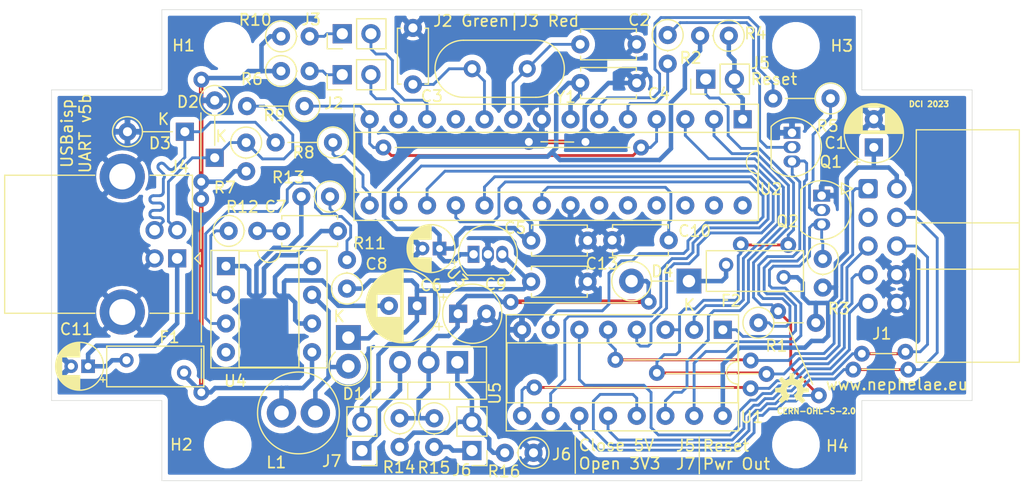
<source format=kicad_pcb>
(kicad_pcb (version 20171130) (host pcbnew "(5.1.9)-1")
  (title_block (title USBaispUART) (date 2021-06-30) (rev 3) (company www.nephelae.eu))
  (layers (0 F.Cu signal) (31 B.Cu signal) (34 B.Paste user hide) (35 F.Paste user hide) (36 B.SilkS user) (37 F.SilkS user) (38 B.Mask user hide) (39 F.Mask user hide) (44 Edge.Cuts user))
  (net 0 "")
  (net 1 GND)
  (net 2 EXT_UART_RXD)
  (net 3 EXT_UART_TXD)
  (net 4 EXT_MISO)
  (net 5 EXT_SCK)
  (net 6 EXT_RST)
  (net 7 EXT_MOSI)
  (net 8 SPI_BUFFER_EN)
  (net 9 MCU_CS_SS)
  (net 10 MCU_MOSI)
  (net 11 MCU_SCK)
  (net 12 MCU_MISO)
  (net 13 MCU_UART_TXD)
  (net 14 MCU_UART_RXD)
  (net 15 D-)
  (net 16 "Net-(C3-Pad1)")
  (net 17 "Net-(C2-Pad1)")
  (net 18 VCC)
  (net 19 "Net-(Q1-Pad2)")
  (net 20 "Net-(Q2-Pad2)")
  (net 21 MCU_SPI_BUFFER_EN)
  (net 22 MCU_UART_BUFFER_EN)
  (net 23 D+)
  (net 24 /REF_1.24V)
  (net 25 /COMP)
  (net 26 UART_BUFFER_EN)
  (net 27 "Net-(J2-Pad1)")
  (net 28 "Net-(J3-Pad1)")
  (net 29 MCU_RED_LED)
  (net 30 MCU_GREEN_LED)
  (net 31 "Net-(C7-Pad1)")
  (net 32 /+6.5V)
  (net 33 VBUS)
  (net 34 /VSW)
  (net 35 /+4.35V)
  (net 36 /USB_D-)
  (net 37 /USB_D+)
  (net 38 "Net-(J6-Pad2)")
  (net 39 "Net-(J6-Pad1)")
  (net 40 "Net-(D4-Pad1)")
  (net 41 /INT_5V_3.3V)
  (net 42 /INT_EXT_5V_3.3V)
  (net 43 "Net-(J5-Pad2)")
  (net 44 "Net-(C10-Pad1)")
  (net 45 "Net-(J7-Pad1)")
  (module Capacitor_THT:CP_Radial_D4.0mm_P1.50mm (layer F.Cu) (at 109.64 104.42 180)
    (fp_text reference C11 (at 1.05 3.28) (layer F.SilkS))
    (fp_text value "10 μF / 25V")
    (pad 2 thru_hole circle (at 1.5 0 180) (size 1.2 1.2) (drill 0.6) (layers *.Cu *.Mask) (net 1 GND))
    (pad 1 thru_hole rect (at 0 0 180) (size 1.2 1.2) (drill 0.6) (layers *.Cu *.Mask) (net 33 VBUS))
  )
  (module Capacitor_THT:CP_Radial_D4.0mm_P1.50mm (layer F.Cu) (at 140.75 94 180)
    (fp_text reference C6 (at 0.75 -3.25) (layer F.SilkS))
    (fp_text value "10 μF / 16V")
    (pad 2 thru_hole circle (at 1.5 0 180) (size 1.2 1.2) (drill 0.6) (layers *.Cu *.Mask) (net 1 GND))
    (pad 1 thru_hole rect (at 0 0 180) (size 1.2 1.2) (drill 0.6) (layers *.Cu *.Mask) (net 18 VCC))
  )
  (module Resistor_THT:R_Axial_DIN0207_L6.3mm_D2.5mm_P2.54mm_Vertical (layer F.Cu) (at 149.07 112.08 180)
    (fp_text reference R16 (at 2.61 -1.65) (layer F.SilkS))
    (fp_text value "1 KΩ")
    (pad 2 thru_hole oval (at 2.54 0 180) (size 1.6 1.6) (drill 0.8) (layers *.Cu *.Mask) (net 38 "Net-(J6-Pad2)"))
    (pad 1 thru_hole circle (at 0 0 180) (size 1.6 1.6) (drill 0.8) (layers *.Cu *.Mask) (net 1 GND))
  )
  (module MountingHole:MountingHole_3.2mm_M3_DIN965 (layer F.Cu) (at 172.3036 111.3544)
    (fp_text reference H4 (at 3.6664 0.1256) (layer F.SilkS))
    (fp_text value MountingHole)
    (pad 1 np_thru_hole circle (at 0 0) (size 3.2 3.2) (drill 3.2) (layers *.Cu *.Mask))
  )
  (module Diode_THT:D_DO-41_SOD81_P5.08mm_Vertical_KathodeUp (layer F.Cu) (at 162.83 96.88 180)
    (fp_text reference D4 (at 2.36 0.86) (layer F.SilkS))
    (fp_text value 1N5817)
    (fp_text user K (at -0.03 -2.12) (layer F.SilkS))
    (pad 2 thru_hole oval (at 5.08 0 180) (size 2.2 2.2) (drill 1.1) (layers *.Cu *.Mask) (net 41 /INT_5V_3.3V))
    (pad 1 thru_hole rect (at 0 0 180) (size 2.2 2.2) (drill 1.1) (layers *.Cu *.Mask) (net 40 "Net-(D4-Pad1)"))
  )
  (module Capacitor_THT:C_Disc_D4.7mm_W2.5mm_P5.00mm (layer F.Cu) (at 161.04 93.26 180)
    (fp_text reference C10 (at -2.3 0.81) (layer F.SilkS))
    (fp_text value "0.01 μF")
    (pad 2 thru_hole circle (at 5 0 180) (size 1.6 1.6) (drill 0.8) (layers *.Cu *.Mask) (net 1 GND))
    (pad 1 thru_hole circle (at 0 0 180) (size 1.6 1.6) (drill 0.8) (layers *.Cu *.Mask) (net 44 "Net-(C10-Pad1)"))
  )
  (module Package_TO_SOT_THT:TO-92_Inline (layer F.Cu) (at 174.58182 89.3191 270)
    (fp_text reference Q2 (at 2.26822 3.0226 180) (layer F.SilkS))
    (fp_text value 2N2222A)
    (pad 1 thru_hole rect (at 0 0 270) (size 1.05 1.5) (drill 0.75) (layers *.Cu *.Mask) (net 1 GND))
    (pad 3 thru_hole oval (at 2.54 0 270) (size 1.05 1.5) (drill 0.75) (layers *.Cu *.Mask) (net 26 UART_BUFFER_EN))
    (pad 2 thru_hole oval (at 1.27 0 270) (size 1.05 1.5) (drill 0.75) (layers *.Cu *.Mask) (net 20 "Net-(Q2-Pad2)"))
  )
  (module Package_TO_SOT_THT:TO-92_Inline (layer F.Cu) (at 171.95546 83.75142 270)
    (fp_text reference Q1 (at 2.57302 -3.43662 180) (layer F.SilkS))
    (fp_text value 2N2222A)
    (pad 1 thru_hole rect (at 0 0 270) (size 1.05 1.5) (drill 0.75) (layers *.Cu *.Mask) (net 1 GND))
    (pad 3 thru_hole oval (at 2.54 0 270) (size 1.05 1.5) (drill 0.75) (layers *.Cu *.Mask) (net 8 SPI_BUFFER_EN))
    (pad 2 thru_hole oval (at 1.27 0 270) (size 1.05 1.5) (drill 0.75) (layers *.Cu *.Mask) (net 19 "Net-(Q1-Pad2)"))
  )
  (module Capacitor_THT:CP_Radial_D5.0mm_P2.50mm (layer F.Cu) (at 179.19954 85.04682 90)
    (fp_text reference C1 (at 0.39682 -3.39954 180) (layer F.SilkS))
    (fp_text value "100 μF / 25V")
    (pad 2 thru_hole circle (at 2.5 0 90) (size 1.6 1.6) (drill 0.8) (layers *.Cu *.Mask) (net 1 GND))
    (pad 1 thru_hole rect (at 0 0 90) (size 1.6 1.6) (drill 0.8) (layers *.Cu *.Mask) (net 42 /INT_EXT_5V_3.3V))
  )
  (module Capacitor_THT:CP_Radial_Tantal_D5.0mm_P2.50mm (layer F.Cu) (at 142.4 99.77)
    (fp_text reference C9 (at 3.32742 -2.59976) (layer F.SilkS))
    (fp_text value "22μF / 25V")
    (pad 2 thru_hole circle (at 2.5 0) (size 1.6 1.6) (drill 0.8) (layers *.Cu *.Mask) (net 1 GND))
    (pad 1 thru_hole rect (at 0 0) (size 1.6 1.6) (drill 0.8) (layers *.Cu *.Mask) (net 41 /INT_5V_3.3V))
  )
  (module Package_TO_SOT_THT:TO-92_Inline (layer F.Cu) (at 143.76442 94.51)
    (fp_text reference U3 (at -1.466 2.01 135) (layer F.SilkS))
    (fp_text value LP2950-5.0_TO92)
    (pad 1 thru_hole rect (at 0 0) (size 1.05 1.5) (drill 0.75) (layers *.Cu *.Mask) (net 18 VCC))
    (pad 3 thru_hole oval (at 2.54 0) (size 1.05 1.5) (drill 0.75) (layers *.Cu *.Mask) (net 32 /+6.5V))
    (pad 2 thru_hole oval (at 1.27 0) (size 1.05 1.5) (drill 0.75) (layers *.Cu *.Mask) (net 1 GND))
  )
  (module ECE_FUSE:Fuse_ECE_RA02560_L7.4mm_W3.1mm (layer F.Cu) (at 166.12 95.44)
    (fp_text reference F2 (at 0.44304 3.18058) (layer F.SilkS))
    (fp_text value "Polyfuse 200 / 250 mA")
    (pad 1 thru_hole circle (at 0 0) (size 1.27 1.27) (drill 0.71) (layers *.Cu *.Mask) (net 40 "Net-(D4-Pad1)"))
    (pad 2 thru_hole circle (at 5.1 1.1) (size 1.27 1.27) (drill 0.71) (layers *.Cu *.Mask) (net 42 /INT_EXT_5V_3.3V))
  )
  (module Connector_PinHeader_2.54mm:PinHeader_1x02_P2.54mm_Vertical (layer F.Cu) (at 133.88 111.89 180)
    (fp_text reference J7 (at 2.67 -0.93) (layer F.SilkS))
    (fp_text value "Power Out Jumper")
    (pad 2 thru_hole oval (at 0 2.54 180) (size 1.7 1.7) (drill 1) (layers *.Cu *.Mask) (net 32 /+6.5V))
    (pad 1 thru_hole rect (at 0 0 180) (size 1.7 1.7) (drill 1) (layers *.Cu *.Mask) (net 45 "Net-(J7-Pad1)"))
  )
  (module Connector_PinHeader_2.54mm:PinHeader_1x02_P2.54mm_Vertical (layer F.Cu) (at 143.62 111.88 180)
    (fp_text reference J6 (at 0.9 -1.73) (layer F.SilkS))
    (fp_text value "5V / 3.3 Selection Jumper")
    (pad 2 thru_hole oval (at 0 2.54 180) (size 1.7 1.7) (drill 1) (layers *.Cu *.Mask) (net 38 "Net-(J6-Pad2)"))
    (pad 1 thru_hole rect (at 0 0 180) (size 1.7 1.7) (drill 1) (layers *.Cu *.Mask) (net 39 "Net-(J6-Pad1)"))
  )
  (module Resistor_THT:R_Axial_DIN0207_L6.3mm_D2.5mm_P2.54mm_Vertical (layer F.Cu) (at 140.27762 109.02442 270)
    (fp_text reference R15 (at 4.37642 0.02286 180) (layer F.SilkS))
    (fp_text value "680 Ω")
    (pad 2 thru_hole oval (at 2.54 0 270) (size 1.6 1.6) (drill 0.8) (layers *.Cu *.Mask) (net 39 "Net-(J6-Pad1)"))
    (pad 1 thru_hole circle (at 0 0 270) (size 1.6 1.6) (drill 0.8) (layers *.Cu *.Mask) (net 41 /INT_5V_3.3V))
  )
  (module Resistor_THT:R_Axial_DIN0207_L6.3mm_D2.5mm_P2.54mm_Vertical (layer F.Cu) (at 137.22 109.02 270)
    (fp_text reference R14 (at 4.34 0.05 180) (layer F.SilkS))
    (fp_text value "560 Ω")
    (pad 2 thru_hole oval (at 2.54 0 270) (size 1.6 1.6) (drill 0.8) (layers *.Cu *.Mask) (net 38 "Net-(J6-Pad2)"))
    (pad 1 thru_hole circle (at 0 0 270) (size 1.6 1.6) (drill 0.8) (layers *.Cu *.Mask) (net 41 /INT_5V_3.3V))
  )
  (module Package_TO_SOT_THT:TO-220-3_Vertical (layer F.Cu) (at 142.33 104.07 180)
    (fp_text reference U5 (at -3.32 -2.74 270) (layer F.SilkS))
    (fp_text value LM1117-ADJ)
    (pad 3 thru_hole oval (at 5.08 0 180) (size 1.905 2) (drill 1.1) (layers *.Cu *.Mask) (net 45 "Net-(J7-Pad1)"))
    (pad 2 thru_hole oval (at 2.54 0 180) (size 1.905 2) (drill 1.1) (layers *.Cu *.Mask) (net 41 /INT_5V_3.3V))
    (pad 1 thru_hole rect (at 0 0 180) (size 1.905 2) (drill 1.1) (layers *.Cu *.Mask) (net 38 "Net-(J6-Pad2)"))
  )
  (module Package_DIP:DIP-28_W7.62mm_Socket (layer F.Cu) (at 167.5892 82.55508 270)
    (fp_text reference U2 (at 6.17982 -2.50698 180) (layer F.SilkS))
    (fp_text value ATmega8A-PU)
    (pad 28 thru_hole oval (at 7.62 0 270) (size 1.6 1.6) (drill 0.8) (layers *.Cu *.Mask))
    (pad 14 thru_hole oval (at 0 33.02 270) (size 1.6 1.6) (drill 0.8) (layers *.Cu *.Mask) (net 15 D-))
    (pad 27 thru_hole oval (at 7.62 2.54 270) (size 1.6 1.6) (drill 0.8) (layers *.Cu *.Mask))
    (pad 13 thru_hole oval (at 0 30.48 270) (size 1.6 1.6) (drill 0.8) (layers *.Cu *.Mask) (net 29 MCU_RED_LED))
    (pad 26 thru_hole oval (at 7.62 5.08 270) (size 1.6 1.6) (drill 0.8) (layers *.Cu *.Mask))
    (pad 12 thru_hole oval (at 0 27.94 270) (size 1.6 1.6) (drill 0.8) (layers *.Cu *.Mask) (net 30 MCU_GREEN_LED))
    (pad 25 thru_hole oval (at 7.62 7.62 270) (size 1.6 1.6) (drill 0.8) (layers *.Cu *.Mask))
    (pad 11 thru_hole oval (at 0 25.4 270) (size 1.6 1.6) (drill 0.8) (layers *.Cu *.Mask))
    (pad 24 thru_hole oval (at 7.62 10.16 270) (size 1.6 1.6) (drill 0.8) (layers *.Cu *.Mask))
    (pad 10 thru_hole oval (at 0 22.86 270) (size 1.6 1.6) (drill 0.8) (layers *.Cu *.Mask) (net 16 "Net-(C3-Pad1)"))
    (pad 23 thru_hole oval (at 7.62 12.7 270) (size 1.6 1.6) (drill 0.8) (layers *.Cu *.Mask))
    (pad 9 thru_hole oval (at 0 20.32 270) (size 1.6 1.6) (drill 0.8) (layers *.Cu *.Mask) (net 17 "Net-(C2-Pad1)"))
    (pad 22 thru_hole oval (at 7.62 15.24 270) (size 1.6 1.6) (drill 0.8) (layers *.Cu *.Mask) (net 1 GND))
    (pad 8 thru_hole oval (at 0 17.78 270) (size 1.6 1.6) (drill 0.8) (layers *.Cu *.Mask) (net 1 GND))
    (pad 21 thru_hole oval (at 7.62 17.78 270) (size 1.6 1.6) (drill 0.8) (layers *.Cu *.Mask) (net 44 "Net-(C10-Pad1)"))
    (pad 7 thru_hole oval (at 0 15.24 270) (size 1.6 1.6) (drill 0.8) (layers *.Cu *.Mask) (net 18 VCC))
    (pad 20 thru_hole oval (at 7.62 20.32 270) (size 1.6 1.6) (drill 0.8) (layers *.Cu *.Mask) (net 18 VCC))
    (pad 6 thru_hole oval (at 0 12.7 270) (size 1.6 1.6) (drill 0.8) (layers *.Cu *.Mask) (net 22 MCU_UART_BUFFER_EN))
    (pad 19 thru_hole oval (at 7.62 22.86 270) (size 1.6 1.6) (drill 0.8) (layers *.Cu *.Mask) (net 11 MCU_SCK))
    (pad 5 thru_hole oval (at 0 10.16 270) (size 1.6 1.6) (drill 0.8) (layers *.Cu *.Mask) (net 21 MCU_SPI_BUFFER_EN))
    (pad 18 thru_hole oval (at 7.62 25.4 270) (size 1.6 1.6) (drill 0.8) (layers *.Cu *.Mask) (net 12 MCU_MISO))
    (pad 4 thru_hole oval (at 0 7.62 270) (size 1.6 1.6) (drill 0.8) (layers *.Cu *.Mask) (net 15 D-))
    (pad 17 thru_hole oval (at 7.62 27.94 270) (size 1.6 1.6) (drill 0.8) (layers *.Cu *.Mask) (net 10 MCU_MOSI))
    (pad 3 thru_hole oval (at 0 5.08 270) (size 1.6 1.6) (drill 0.8) (layers *.Cu *.Mask) (net 13 MCU_UART_TXD))
    (pad 16 thru_hole oval (at 7.62 30.48 270) (size 1.6 1.6) (drill 0.8) (layers *.Cu *.Mask) (net 9 MCU_CS_SS))
    (pad 2 thru_hole oval (at 0 2.54 270) (size 1.6 1.6) (drill 0.8) (layers *.Cu *.Mask) (net 14 MCU_UART_RXD))
    (pad 15 thru_hole oval (at 7.62 33.02 270) (size 1.6 1.6) (drill 0.8) (layers *.Cu *.Mask) (net 23 D+))
    (pad 1 thru_hole rect (at 0 0 270) (size 1.6 1.6) (drill 0.8) (layers *.Cu *.Mask) (net 43 "Net-(J5-Pad2)"))
  )
  (module Connector_PinHeader_2.54mm:PinHeader_1x02_P2.54mm_Vertical (layer F.Cu) (at 164.32 79 90)
    (fp_text reference J5 (at 1.4284 4.83892 180) (layer F.SilkS))
    (fp_text value "Reset Jumper")
    (pad 2 thru_hole oval (at 0 2.54 90) (size 1.7 1.7) (drill 1) (layers *.Cu *.Mask) (net 43 "Net-(J5-Pad2)"))
    (pad 1 thru_hole rect (at 0 0 90) (size 1.7 1.7) (drill 1) (layers *.Cu *.Mask) (net 6 EXT_RST))
  )
  (module Resistor_THT:R_Axial_DIN0207_L6.3mm_D2.5mm_P2.54mm_Vertical (layer F.Cu) (at 166.36 75.16 180)
    (fp_text reference R4 (at -2.35 0.2) (layer F.SilkS))
    (fp_text value "10 KΩ")
    (pad 2 thru_hole oval (at 2.54 0 180) (size 1.6 1.6) (drill 0.8) (layers *.Cu *.Mask) (net 18 VCC))
    (pad 1 thru_hole circle (at 0 0 180) (size 1.6 1.6) (drill 0.8) (layers *.Cu *.Mask) (net 43 "Net-(J5-Pad2)"))
  )
  (module Aesthetics:OSHW-LOGO-S (layer F.Cu) (at 171.95 106.53)
    (fp_text reference "" (at 0 0) (layer F.SilkS) (effects (font (size 1.524 1.524))))
    (fp_text value "" (at 0 0) (layer F.SilkS) (effects (font (size 1.524 1.524))))
  )
  (module Package_DIP:DIP-8_W7.62mm_Socket (layer F.Cu) (at 121.8438 95.5548)
    (fp_text reference U4 (at 0.83058 10.16254) (layer F.SilkS))
    (fp_text value MIC2172)
    (pad 8 thru_hole oval (at 7.62 0) (size 1.6 1.6) (drill 0.8) (layers *.Cu *.Mask) (net 1 GND))
    (pad 4 thru_hole oval (at 0 7.62) (size 1.6 1.6) (drill 0.8) (layers *.Cu *.Mask))
    (pad 7 thru_hole oval (at 7.62 2.54) (size 1.6 1.6) (drill 0.8) (layers *.Cu *.Mask) (net 34 /VSW))
    (pad 3 thru_hole oval (at 0 5.08) (size 1.6 1.6) (drill 0.8) (layers *.Cu *.Mask) (net 24 /REF_1.24V))
    (pad 6 thru_hole oval (at 7.62 5.08) (size 1.6 1.6) (drill 0.8) (layers *.Cu *.Mask) (net 1 GND))
    (pad 2 thru_hole oval (at 0 2.54) (size 1.6 1.6) (drill 0.8) (layers *.Cu *.Mask) (net 25 /COMP))
    (pad 5 thru_hole oval (at 7.62 7.62) (size 1.6 1.6) (drill 0.8) (layers *.Cu *.Mask) (net 35 /+4.35V))
    (pad 1 thru_hole rect (at 0 0) (size 1.6 1.6) (drill 0.8) (layers *.Cu *.Mask) (net 1 GND))
  )
  (module Package_DIP:DIP-16_W7.62mm_Socket (layer F.Cu) (at 165.83 101.19 270)
    (fp_text reference U1 (at 7.73552 -2.5678 180) (layer F.SilkS))
    (fp_text value SN74AHC367)
    (pad 16 thru_hole oval (at 7.62 0 270) (size 1.6 1.6) (drill 0.8) (layers *.Cu *.Mask) (net 42 /INT_EXT_5V_3.3V))
    (pad 8 thru_hole oval (at 0 17.78 270) (size 1.6 1.6) (drill 0.8) (layers *.Cu *.Mask) (net 1 GND))
    (pad 15 thru_hole oval (at 7.62 2.54 270) (size 1.6 1.6) (drill 0.8) (layers *.Cu *.Mask) (net 26 UART_BUFFER_EN))
    (pad 7 thru_hole oval (at 0 15.24 270) (size 1.6 1.6) (drill 0.8) (layers *.Cu *.Mask) (net 12 MCU_MISO))
    (pad 14 thru_hole oval (at 7.62 5.08 270) (size 1.6 1.6) (drill 0.8) (layers *.Cu *.Mask) (net 13 MCU_UART_TXD))
    (pad 6 thru_hole oval (at 0 12.7 270) (size 1.6 1.6) (drill 0.8) (layers *.Cu *.Mask) (net 4 EXT_MISO))
    (pad 13 thru_hole oval (at 7.62 7.62 270) (size 1.6 1.6) (drill 0.8) (layers *.Cu *.Mask) (net 3 EXT_UART_TXD))
    (pad 5 thru_hole oval (at 0 10.16 270) (size 1.6 1.6) (drill 0.8) (layers *.Cu *.Mask) (net 7 EXT_MOSI))
    (pad 12 thru_hole oval (at 7.62 10.16 270) (size 1.6 1.6) (drill 0.8) (layers *.Cu *.Mask) (net 2 EXT_UART_RXD))
    (pad 4 thru_hole oval (at 0 7.62 270) (size 1.6 1.6) (drill 0.8) (layers *.Cu *.Mask) (net 10 MCU_MOSI))
    (pad 11 thru_hole oval (at 7.62 12.7 270) (size 1.6 1.6) (drill 0.8) (layers *.Cu *.Mask) (net 14 MCU_UART_RXD))
    (pad 3 thru_hole oval (at 0 5.08 270) (size 1.6 1.6) (drill 0.8) (layers *.Cu *.Mask) (net 6 EXT_RST))
    (pad 10 thru_hole oval (at 7.62 15.24 270) (size 1.6 1.6) (drill 0.8) (layers *.Cu *.Mask) (net 11 MCU_SCK))
    (pad 2 thru_hole oval (at 0 2.54 270) (size 1.6 1.6) (drill 0.8) (layers *.Cu *.Mask) (net 9 MCU_CS_SS))
    (pad 9 thru_hole oval (at 7.62 17.78 270) (size 1.6 1.6) (drill 0.8) (layers *.Cu *.Mask) (net 5 EXT_SCK))
    (pad 1 thru_hole rect (at 0 0 270) (size 1.6 1.6) (drill 0.8) (layers *.Cu *.Mask) (net 8 SPI_BUFFER_EN))
  )
  (module Connector_USB:USB_B_Lumberg_2411_02_Horizontal (layer F.Cu) (at 117.5258 94.869 180)
    (fp_text reference J4 (at -0.1942 8.109) (layer F.SilkS))
    (fp_text value USB_B)
    (pad 5 thru_hole circle (at 4.86 -4.75 270) (size 4 4) (drill 2.3) (layers *.Cu *.Mask) (net 1 GND))
    (pad 5 thru_hole circle (at 4.86 7.25 270) (size 4 4) (drill 2.3) (layers *.Cu *.Mask) (net 1 GND))
    (pad 4 thru_hole circle (at 2 0 270) (size 1.6 1.6) (drill 0.95) (layers *.Cu *.Mask) (net 1 GND))
    (pad 3 thru_hole circle (at 2 2.5 270) (size 1.6 1.6) (drill 0.95) (layers *.Cu *.Mask) (net 37 /USB_D+))
    (pad 2 thru_hole circle (at 0 2.5 270) (size 1.6 1.6) (drill 0.95) (layers *.Cu *.Mask) (net 36 /USB_D-))
    (pad 1 thru_hole rect (at 0 0 270) (size 1.6 1.6) (drill 0.95) (layers *.Cu *.Mask) (net 33 VBUS))
  )
  (module Resistor_THT:R_Axial_DIN0207_L6.3mm_D2.5mm_P2.54mm_Vertical (layer F.Cu) (at 123.63196 84.61756 270)
    (fp_text reference R7 (at 3.98526 1.88468 180) (layer F.SilkS))
    (fp_text value "2.2 KΩ")
    (pad 2 thru_hole oval (at 2.54 0 270) (size 1.6 1.6) (drill 0.8) (layers *.Cu *.Mask) (net 35 /+4.35V))
    (pad 1 thru_hole circle (at 0 0 270) (size 1.6 1.6) (drill 0.8) (layers *.Cu *.Mask) (net 36 /USB_D-))
  )
  (module Capacitor_THT:C_Disc_D4.7mm_W2.5mm_P5.00mm (layer F.Cu) (at 148.8567 96.93402)
    (fp_text reference C13 (at 6.2833 -1.59402) (layer F.SilkS))
    (fp_text value "1 μF / 16V")
    (pad 2 thru_hole circle (at 5 0) (size 1.6 1.6) (drill 0.8) (layers *.Cu *.Mask) (net 1 GND))
    (pad 1 thru_hole circle (at 0 0) (size 1.6 1.6) (drill 0.8) (layers *.Cu *.Mask) (net 32 /+6.5V))
  )
  (module Crystal:Crystal_HC49-4H_Vertical (layer F.Cu) (at 143.637 78.08468)
    (fp_text reference Y1 (at 8.28548 2.50444) (layer F.SilkS))
    (fp_text value "12 MHz")
    (pad 2 thru_hole circle (at 4.88 0) (size 1.5 1.5) (drill 0.8) (layers *.Cu *.Mask) (net 17 "Net-(C2-Pad1)"))
    (pad 1 thru_hole circle (at 0 0) (size 1.5 1.5) (drill 0.8) (layers *.Cu *.Mask) (net 16 "Net-(C3-Pad1)"))
  )
  (module Inductor_THT:L_Radial_D7.0mm_P3.00mm (layer F.Cu) (at 126.76 108.55)
    (fp_text reference L1 (at -0.46226 4.3815) (layer F.SilkS))
    (fp_text value 22μH)
    (pad 2 thru_hole circle (at 3 0) (size 2.6 2.6) (drill 1.3) (layers *.Cu *.Mask) (net 34 /VSW))
    (pad 1 thru_hole circle (at 0 0) (size 2.6 2.6) (drill 1.3) (layers *.Cu *.Mask) (net 35 /+4.35V))
  )
  (module Resistor_THT:R_Axial_DIN0207_L6.3mm_D2.5mm_P5.08mm_Vertical (layer F.Cu) (at 175.36668 80.71104 180)
    (fp_text reference R5 (at 0.25654 -2.44094) (layer F.SilkS))
    (fp_text value "4.7 KΩ")
    (pad 2 thru_hole oval (at 5.08 0 180) (size 1.6 1.6) (drill 0.8) (layers *.Cu *.Mask) (net 22 MCU_UART_BUFFER_EN))
    (pad 1 thru_hole circle (at 0 0 180) (size 1.6 1.6) (drill 0.8) (layers *.Cu *.Mask) (net 20 "Net-(Q2-Pad2)"))
  )
  (module Resistor_THT:R_Axial_DIN0207_L6.3mm_D2.5mm_P2.54mm_Vertical (layer F.Cu) (at 160.95 75.1 270)
    (fp_text reference R2 (at 2.02 -2.03 180) (layer F.SilkS))
    (fp_text value "4.7 KΩ")
    (pad 2 thru_hole oval (at 2.54 0 270) (size 1.6 1.6) (drill 0.8) (layers *.Cu *.Mask) (net 21 MCU_SPI_BUFFER_EN))
    (pad 1 thru_hole circle (at 0 0 270) (size 1.6 1.6) (drill 0.8) (layers *.Cu *.Mask) (net 19 "Net-(Q1-Pad2)"))
  )
  (module Resistor_THT:R_Axial_DIN0207_L6.3mm_D2.5mm_P5.08mm_Vertical (layer F.Cu) (at 168.98328 100.57146)
    (fp_text reference R1 (at 1.59672 2.04854) (layer F.SilkS))
    (fp_text value "10 KΩ")
    (pad 2 thru_hole oval (at 5.08 0) (size 1.6 1.6) (drill 0.8) (layers *.Cu *.Mask) (net 42 /INT_EXT_5V_3.3V))
    (pad 1 thru_hole circle (at 0 0) (size 1.6 1.6) (drill 0.8) (layers *.Cu *.Mask) (net 8 SPI_BUFFER_EN))
  )
  (module Resistor_THT:R_Axial_DIN0207_L6.3mm_D2.5mm_P5.08mm_Vertical (layer F.Cu) (at 128.78816 81.39176 180)
    (fp_text reference R9 (at 2.66192 -0.81534) (layer F.SilkS))
    (fp_text value "68 Ω")
    (pad 2 thru_hole oval (at 5.08 0 180) (size 1.6 1.6) (drill 0.8) (layers *.Cu *.Mask) (net 36 /USB_D-))
    (pad 1 thru_hole circle (at 0 0 180) (size 1.6 1.6) (drill 0.8) (layers *.Cu *.Mask) (net 15 D-))
  )
  (module Diode_THT:D_DO-35_SOD27_P5.08mm_Vertical_KathodeUp (layer F.Cu) (at 118.20652 83.65744 180)
    (fp_text reference D3 (at 2.2098 -1.02108) (layer F.SilkS))
    (fp_text value 3V6)
    (fp_text user K (at 1.89484 1.11252) (layer F.SilkS))
    (pad 2 thru_hole oval (at 5.08 0 180) (size 1.6 1.6) (drill 0.8) (layers *.Cu *.Mask) (net 1 GND))
    (pad 1 thru_hole rect (at 0 0 180) (size 1.6 1.6) (drill 0.8) (layers *.Cu *.Mask) (net 37 /USB_D+))
  )
  (module Diode_THT:D_DO-35_SOD27_P5.08mm_Vertical_KathodeUp (layer F.Cu) (at 120.85066 85.96376 90)
    (fp_text reference D2 (at 4.94538 -2.3749 180) (layer F.SilkS))
    (fp_text value 3V6)
    (fp_text user K (at 1.89738 0.57404 180) (layer F.SilkS))
    (pad 2 thru_hole oval (at 5.08 0 90) (size 1.6 1.6) (drill 0.8) (layers *.Cu *.Mask) (net 1 GND))
    (pad 1 thru_hole rect (at 0 0 90) (size 1.6 1.6) (drill 0.8) (layers *.Cu *.Mask) (net 36 /USB_D-))
  )
  (module Capacitor_THT:CP_Radial_D6.3mm_P2.50mm (layer F.Cu) (at 138.77 99.07 180)
    (fp_text reference C8 (at 3.6 3.7) (layer F.SilkS))
    (fp_text value "470μF / 25V")
    (pad 2 thru_hole circle (at 2.5 0 180) (size 1.6 1.6) (drill 0.8) (layers *.Cu *.Mask) (net 1 GND))
    (pad 1 thru_hole rect (at 0 0 180) (size 1.6 1.6) (drill 0.8) (layers *.Cu *.Mask) (net 32 /+6.5V))
  )
  (module ECE_FUSE:Fuse_ECE_RA02560_L7.4mm_W3.1mm (layer F.Cu) (at 118.13794 104.98582 180)
    (fp_text reference F1 (at 1.29794 3.13182) (layer F.SilkS))
    (fp_text value "Polyfuse 500mA")
    (pad 1 thru_hole circle (at 0 0 180) (size 1.27 1.27) (drill 0.71) (layers *.Cu *.Mask) (net 35 /+4.35V))
    (pad 2 thru_hole circle (at 5.1 1.1 180) (size 1.27 1.27) (drill 0.71) (layers *.Cu *.Mask) (net 33 VBUS))
  )
  (module Diode_THT:D_DO-41_SOD81_P2.54mm_Vertical_KathodeUp (layer F.Cu) (at 132.68 101.88 270)
    (fp_text reference D1 (at 4.984 -0.456 180) (layer F.SilkS))
    (fp_text value 1N5819)
    (fp_text user K (at -1.874 0.814 180) (layer F.SilkS))
    (pad 2 thru_hole oval (at 2.54 0 270) (size 2.2 2.2) (drill 1.1) (layers *.Cu *.Mask) (net 34 /VSW))
    (pad 1 thru_hole rect (at 0 0 270) (size 2.2 2.2) (drill 1.1) (layers *.Cu *.Mask) (net 32 /+6.5V))
  )
  (module Capacitor_THT:C_Disc_D4.7mm_W2.5mm_P5.00mm (layer F.Cu) (at 126.7587 92.45254)
    (fp_text reference C7 (at -0.5207 -2.15808) (layer F.SilkS))
    (fp_text value "1 μF")
    (pad 2 thru_hole circle (at 5 0) (size 1.6 1.6) (drill 0.8) (layers *.Cu *.Mask) (net 1 GND))
    (pad 1 thru_hole circle (at 0 0) (size 1.6 1.6) (drill 0.8) (layers *.Cu *.Mask) (net 31 "Net-(C7-Pad1)"))
  )
  (module Capacitor_THT:C_Disc_D4.7mm_W2.5mm_P5.00mm (layer F.Cu) (at 148.86442 93.29)
    (fp_text reference C5 (at -1.41442 -1.11) (layer F.SilkS))
    (fp_text value "0.1 μF")
    (pad 2 thru_hole circle (at 5 0) (size 1.6 1.6) (drill 0.8) (layers *.Cu *.Mask) (net 1 GND))
    (pad 1 thru_hole circle (at 0 0) (size 1.6 1.6) (drill 0.8) (layers *.Cu *.Mask) (net 18 VCC))
  )
  (module Capacitor_THT:C_Disc_D4.7mm_W2.5mm_P5.00mm (layer F.Cu) (at 153.20772 79.34452)
    (fp_text reference C4 (at 6.96228 0.96548) (layer F.SilkS))
    (fp_text value "0.1 μF")
    (pad 2 thru_hole circle (at 5 0) (size 1.6 1.6) (drill 0.8) (layers *.Cu *.Mask) (net 1 GND))
    (pad 1 thru_hole circle (at 0 0) (size 1.6 1.6) (drill 0.8) (layers *.Cu *.Mask) (net 18 VCC))
  )
  (module Capacitor_THT:C_Disc_D4.7mm_W2.5mm_P5.00mm (layer F.Cu) (at 138.39698 79.46898 90)
    (fp_text reference C3 (at -1.03632 1.6764 180) (layer F.SilkS))
    (fp_text value "22 pF")
    (pad 2 thru_hole circle (at 5 0 90) (size 1.6 1.6) (drill 0.8) (layers *.Cu *.Mask) (net 1 GND))
    (pad 1 thru_hole circle (at 0 0 90) (size 1.6 1.6) (drill 0.8) (layers *.Cu *.Mask) (net 16 "Net-(C3-Pad1)"))
  )
  (module Capacitor_THT:C_Disc_D4.7mm_W2.5mm_P5.00mm (layer F.Cu) (at 153.20772 75.9206)
    (fp_text reference C2 (at 5.2197 -2.15646) (layer F.SilkS))
    (fp_text value "22 pF")
    (pad 2 thru_hole circle (at 5 0) (size 1.6 1.6) (drill 0.8) (layers *.Cu *.Mask) (net 1 GND))
    (pad 1 thru_hole circle (at 0 0) (size 1.6 1.6) (drill 0.8) (layers *.Cu *.Mask) (net 17 "Net-(C2-Pad1)"))
  )
  (module Resistor_THT:R_Axial_DIN0207_L6.3mm_D2.5mm_P2.54mm_Vertical (layer F.Cu) (at 126.71806 75.21448)
    (fp_text reference R10 (at -2.286 -1.45796) (layer F.SilkS))
    (fp_text value "680 Ω")
    (pad 2 thru_hole oval (at 2.54 0) (size 1.6 1.6) (drill 0.8) (layers *.Cu *.Mask) (net 28 "Net-(J3-Pad1)"))
    (pad 1 thru_hole circle (at 0 0) (size 1.6 1.6) (drill 0.8) (layers *.Cu *.Mask) (net 35 /+4.35V))
  )
  (module Resistor_THT:R_Axial_DIN0207_L6.3mm_D2.5mm_P2.54mm_Vertical (layer F.Cu) (at 126.71806 78.28788)
    (fp_text reference R6 (at -2.58064 0.70612) (layer F.SilkS))
    (fp_text value "680 Ω")
    (pad 2 thru_hole oval (at 2.54 0) (size 1.6 1.6) (drill 0.8) (layers *.Cu *.Mask) (net 27 "Net-(J2-Pad1)"))
    (pad 1 thru_hole circle (at 0 0) (size 1.6 1.6) (drill 0.8) (layers *.Cu *.Mask) (net 35 /+4.35V))
  )
  (module Resistor_THT:R_Axial_DIN0207_L6.3mm_D2.5mm_P2.54mm_Vertical (layer F.Cu) (at 132.55752 97.54616 90)
    (fp_text reference R11 (at 4.00616 1.99248) (layer F.SilkS))
    (fp_text value "5.6 KΩ")
    (pad 2 thru_hole oval (at 2.54 0 90) (size 1.6 1.6) (drill 0.8) (layers *.Cu *.Mask) (net 24 /REF_1.24V))
    (pad 1 thru_hole circle (at 0 0 90) (size 1.6 1.6) (drill 0.8) (layers *.Cu *.Mask) (net 32 /+6.5V))
  )
  (module MountingHole:MountingHole_3.2mm_M3_DIN965 (layer F.Cu) (at 172.3036 76.0544)
    (fp_text reference H3 (at 4.0613 0.00336) (layer F.SilkS))
    (fp_text value MountingHole)
    (pad 1 np_thru_hole circle (at 0 0) (size 3.2 3.2) (drill 3.2) (layers *.Cu *.Mask))
  )
  (module MountingHole:MountingHole_3.2mm_M3_DIN965 (layer F.Cu) (at 122.0036 111.3544)
    (fp_text reference H2 (at -4.10442 0.00996) (layer F.SilkS))
    (fp_text value MountingHole)
    (pad 1 np_thru_hole circle (at 0 0) (size 3.2 3.2) (drill 3.2) (layers *.Cu *.Mask))
  )
  (module MountingHole:MountingHole_3.2mm_M3_DIN965 (layer F.Cu) (at 122.0036 76.0544)
    (fp_text reference H1 (at -3.919 -0.02772) (layer F.SilkS))
    (fp_text value MountingHole)
    (pad 1 np_thru_hole circle (at 0 0) (size 3.2 3.2) (drill 3.2) (layers *.Cu *.Mask))
  )
  (module Resistor_THT:R_Axial_DIN0207_L6.3mm_D2.5mm_P2.54mm_Vertical (layer F.Cu) (at 174.68088 94.91218 270)
    (fp_text reference R3 (at 4.41198 -1.41478 180) (layer F.SilkS))
    (fp_text value "10 KΩ")
    (pad 2 thru_hole oval (at 2.54 0 270) (size 1.6 1.6) (drill 0.8) (layers *.Cu *.Mask) (net 42 /INT_EXT_5V_3.3V))
    (pad 1 thru_hole circle (at 0 0 270) (size 1.6 1.6) (drill 0.8) (layers *.Cu *.Mask) (net 26 UART_BUFFER_EN))
  )
  (module Connector_PinHeader_2.54mm:PinHeader_1x02_P2.54mm_Vertical (layer F.Cu) (at 132.14096 74.98588 90)
    (fp_text reference J3 (at 1.27 -2.74574 180) (layer F.SilkS))
    (fp_text value "LED Connector")
    (pad 2 thru_hole oval (at 0 2.54 90) (size 1.7 1.7) (drill 1) (layers *.Cu *.Mask) (net 30 MCU_GREEN_LED))
    (pad 1 thru_hole rect (at 0 0 90) (size 1.7 1.7) (drill 1) (layers *.Cu *.Mask) (net 28 "Net-(J3-Pad1)"))
  )
  (module Connector_PinHeader_2.54mm:PinHeader_1x02_P2.54mm_Vertical (layer F.Cu) (at 132.13588 78.61046 90)
    (fp_text reference J2 (at -2.53238 -0.74422 180) (layer F.SilkS))
    (fp_text value "LED Connector")
    (pad 2 thru_hole oval (at 0 2.54 90) (size 1.7 1.7) (drill 1) (layers *.Cu *.Mask) (net 29 MCU_RED_LED))
    (pad 1 thru_hole rect (at 0 0 90) (size 1.7 1.7) (drill 1) (layers *.Cu *.Mask) (net 27 "Net-(J2-Pad1)"))
  )
  (module Resistor_THT:R_Axial_DIN0207_L6.3mm_D2.5mm_P5.08mm_Vertical (layer F.Cu) (at 131.318 84.6074 180)
    (fp_text reference R8 (at 2.59588 -0.89154) (layer F.SilkS))
    (fp_text value "68 Ω")
    (pad 2 thru_hole oval (at 5.08 0 180) (size 1.6 1.6) (drill 0.8) (layers *.Cu *.Mask) (net 37 /USB_D+))
    (pad 1 thru_hole circle (at 0 0 180) (size 1.6 1.6) (drill 0.8) (layers *.Cu *.Mask) (net 23 D+))
  )
  (module Resistor_THT:R_Axial_DIN0207_L6.3mm_D2.5mm_P2.54mm_Vertical (layer F.Cu) (at 131.05638 89.39784 180)
    (fp_text reference R13 (at 3.68808 1.69672) (layer F.SilkS))
    (fp_text value "1.3 KΩ")
    (pad 2 thru_hole oval (at 2.54 0 180) (size 1.6 1.6) (drill 0.8) (layers *.Cu *.Mask) (net 1 GND))
    (pad 1 thru_hole circle (at 0 0 180) (size 1.6 1.6) (drill 0.8) (layers *.Cu *.Mask) (net 24 /REF_1.24V))
  )
  (module Resistor_THT:R_Axial_DIN0207_L6.3mm_D2.5mm_P2.54mm_Vertical (layer F.Cu) (at 122.08002 92.43568)
    (fp_text reference R12 (at 1.21666 -2.1209) (layer F.SilkS))
    (fp_text value "1 KΩ")
    (pad 2 thru_hole oval (at 2.54 0) (size 1.6 1.6) (drill 0.8) (layers *.Cu *.Mask) (net 31 "Net-(C7-Pad1)"))
    (pad 1 thru_hole circle (at 0 0) (size 1.6 1.6) (drill 0.8) (layers *.Cu *.Mask) (net 25 /COMP))
  )
  (module Connector_IDC:IDC-Header_2x05_P2.54mm_Horizontal (layer F.Cu) (at 178.689 88.6968)
    (fp_text reference J1 (at 1.2192 12.84224) (layer F.SilkS))
    (fp_text value AVR-ISP-UART-PROGRAMER-10)
    (pad 10 thru_hole circle (at 2.54 10.16) (size 1.7 1.7) (drill 1) (layers *.Cu *.Mask) (net 1 GND))
    (pad 8 thru_hole circle (at 2.54 7.62) (size 1.7 1.7) (drill 1) (layers *.Cu *.Mask) (net 1 GND))
    (pad 6 thru_hole circle (at 2.54 5.08) (size 1.7 1.7) (drill 1) (layers *.Cu *.Mask) (net 2 EXT_UART_RXD))
    (pad 4 thru_hole circle (at 2.54 2.54) (size 1.7 1.7) (drill 1) (layers *.Cu *.Mask) (net 3 EXT_UART_TXD))
    (pad 2 thru_hole circle (at 2.54 0) (size 1.7 1.7) (drill 1) (layers *.Cu *.Mask) (net 42 /INT_EXT_5V_3.3V))
    (pad 9 thru_hole circle (at 0 10.16) (size 1.7 1.7) (drill 1) (layers *.Cu *.Mask) (net 4 EXT_MISO))
    (pad 7 thru_hole circle (at 0 7.62) (size 1.7 1.7) (drill 1) (layers *.Cu *.Mask) (net 5 EXT_SCK))
    (pad 5 thru_hole circle (at 0 5.08) (size 1.7 1.7) (drill 1) (layers *.Cu *.Mask) (net 6 EXT_RST))
    (pad 3 thru_hole circle (at 0 2.54) (size 1.7 1.7) (drill 1) (layers *.Cu *.Mask))
    (pad 1 thru_hole roundrect (at 0 0) (size 1.7 1.7) (drill 1) (layers *.Cu *.Mask) (roundrect_rratio 0.1470588235294118) (net 7 EXT_MOSI))
  )
  (gr_text CERN-OHL-S-2.0 (at 174.11 108.39) (layer F.SilkS) (effects (font (size 0.5 0.5) (thickness 0.125))))
  (gr_line (start 168.4528 93.6117) (end 170.58386 93.6244) (layer F.SilkS) (width 0.12))
  (gr_line (start 173.79 106.03) (end 171.63 100.97) (layer F.SilkS) (width 0.12))
  (gr_text "Reset\nPwr Out" (at 163.95834 112.26736) (layer F.SilkS) (effects (font (size 1 1)) (justify left)))
  (gr_text "J5\nJ7" (at 163.50114 112.2572) (layer F.SilkS) (effects (font (size 1 1)) (justify right)))
  (gr_line (start 163.7399 110.6951) (end 163.75006 113.92852) (layer F.SilkS) (width 0.12))
  (gr_line (start 149.72792 84.54644) (end 152.62352 84.57184) (layer F.SilkS) (width 0.12))
  (gr_line (start 157.09646 103.85806) (end 166.91356 103.82758) (layer F.SilkS) (width 0.12))
  (gr_line (start 167.3606 105.08996) (end 168.94302 105.08996) (layer F.SilkS) (width 0.12))
  (gr_line (start 166.32428 105.07726) (end 167.0304 105.07726) (layer F.SilkS) (width 0.12))
  (gr_line (start 160.84042 105.06456) (end 165.94328 105.06456) (layer F.SilkS) (width 0.12))
  (gr_line (start 150.1 106.31) (end 166.77 106.33) (layer F.SilkS) (width 0.12))
  (gr_line (start 178.16068 104.6988) (end 181.37378 104.6988) (layer F.SilkS) (width 0.12))
  (gr_line (start 178.9557 103.29926) (end 181.1655 103.29926) (layer F.SilkS) (width 0.12))
  (gr_line (start 148.082 98.806) (end 158.274 98.806) (layer F.SilkS) (width 0.12))
  (gr_line (start 119.66702 102.88778) (end 119.66702 105.8672) (layer F.SilkS) (width 0.12))
  (gr_line (start 119.66702 95.69704) (end 119.66702 102.28326) (layer F.SilkS) (width 0.12))
  (gr_line (start 119.63146 90.45702) (end 119.63146 93.98762) (layer F.SilkS) (width 0.12))
  (gr_line (start 119.62638 87.11184) (end 119.62638 81.98612) (layer F.SilkS) (width 0.12))
  (gr_line (start 119.61876 79.81188) (end 119.61876 80.0481) (layer F.SilkS) (width 0.12))
  (gr_line (start 136.83742 85.0519) (end 157.58414 85.0519) (layer F.SilkS) (width 0.12))
  (gr_text "J2 Green|J3 Red" (at 140.0937 73.84542) (layer F.SilkS) (effects (font (size 1 1)) (justify left)))
  (gr_text Reset (at 168.21 79) (layer F.SilkS) (effects (font (size 1 1)) (justify left)))
  (gr_text J6 (at 152.52114 112.2172) (layer F.SilkS) (effects (font (size 1 1)) (justify right)))
  (gr_line (start 152.7599 110.6551) (end 152.77006 113.88852) (layer F.SilkS) (width 0.12))
  (gr_text "Close 5V\nOpen 3V3" (at 152.97834 112.22736) (layer F.SilkS) (effects (font (size 1 1)) (justify left)))
  (gr_text "USBaisp\nUART v5b" (at 108.58 83.8 90) (layer F.SilkS) (effects (font (size 1 1))))
  (gr_text "DCI 2023" (at 184.08 81.21) (layer F.SilkS) (effects (font (size 0.5 0.5) (thickness 0.125))))
  (gr_text www.nephelae.eu (at 181.24 106.03) (layer F.SilkS) (effects (font (size 1 1))))
  (gr_line (start 178.1386 107.4544) (end 178.1386 114.5544) (layer Edge.Cuts) (width 0.05))
  (gr_line (start 178.1386 72.8544) (end 178.1386 79.9544) (layer Edge.Cuts) (width 0.05))
  (gr_line (start 116.1686 107.4544) (end 116.1686 114.5544) (layer Edge.Cuts) (width 0.05))
  (gr_line (start 116.1686 72.8544) (end 116.1686 79.9544) (layer Edge.Cuts) (width 0.05))
  (gr_line (start 106.4036 107.4544) (end 116.1686 107.4544) (layer Edge.Cuts) (width 0.05))
  (gr_line (start 106.4036 79.9544) (end 116.1686 79.9544) (layer Edge.Cuts) (width 0.05))
  (gr_line (start 178.1386 107.4544) (end 187.9036 107.4544) (layer Edge.Cuts) (width 0.05))
  (gr_line (start 178.1386 79.9544) (end 187.9036 79.9544) (layer Edge.Cuts) (width 0.05))
  (gr_line (start 116.1686 114.5544) (end 178.1386 114.5544) (layer Edge.Cuts) (width 0.05))
  (gr_line (start 106.4036 79.9544) (end 106.4036 107.4544) (layer Edge.Cuts) (width 0.05))
  (gr_line (start 187.9036 79.9544) (end 187.9036 107.4544) (layer Edge.Cuts) (width 0.05))
  (gr_line (start 116.1686 72.8544) (end 178.1386 72.8544) (layer Edge.Cuts) (width 0.05))
  (via (at 153.67 84.5603) (size 1.4) (drill 0.7) (layers F.Cu B.Cu) (net 1))
  (via (at 148.65858 84.5603) (size 1.4) (drill 0.7) (layers F.Cu B.Cu) (net 1))
  (segment (start 153.67 84.5603) (end 148.65858 84.5603) (width 0.4) (layer F.Cu) (net 1))
  (segment (start 153.66238 84.02182) (end 153.67 84.02944) (width 0.25) (layer B.Cu) (net 1))
  (segment (start 153.66238 84.55268) (end 153.67 84.5603) (width 0.25) (layer B.Cu) (net 1))
  (segment (start 153.60904 84.49934) (end 153.66238 84.55268) (width 0.4) (layer B.Cu) (net 1))
  (segment (start 153.60904 81.44764) (end 153.60904 84.49934) (width 0.4) (layer B.Cu) (net 1))
  (segment (start 155.71216 79.34452) (end 153.60904 81.44764) (width 0.4) (layer B.Cu) (net 1))
  (segment (start 158.20772 79.34452) (end 155.71216 79.34452) (width 0.4) (layer B.Cu) (net 1))
  (segment (start 124.11964 98.19132) (end 124.54128 98.19132) (width 0.4) (layer B.Cu) (net 1))
  (segment (start 123.89866 97.97034) (end 124.11964 98.19132) (width 0.4) (layer B.Cu) (net 1))
  (segment (start 123.89866 95.90532) (end 123.89866 97.97034) (width 0.4) (layer B.Cu) (net 1))
  (segment (start 123.54814 95.5548) (end 123.89866 95.90532) (width 0.4) (layer B.Cu) (net 1))
  (segment (start 121.8438 95.5548) (end 123.54814 95.5548) (width 0.4) (layer B.Cu) (net 1))
  (segment (start 131.80298 99.07) (end 136.27 99.07) (width 0.4) (layer B.Cu) (net 1))
  (segment (start 131.0513 98.31832) (end 131.80298 99.07) (width 0.4) (layer B.Cu) (net 1))
  (segment (start 131.0513 97.50044) (end 131.0513 98.31832) (width 0.4) (layer B.Cu) (net 1))
  (segment (start 130.37566 96.8248) (end 131.0513 97.50044) (width 0.4) (layer B.Cu) (net 1))
  (segment (start 126.9873 96.96958) (end 127.13208 96.8248) (width 0.4) (layer B.Cu) (net 1))
  (segment (start 126.9873 98.19894) (end 126.9873 96.96958) (width 0.4) (layer B.Cu) (net 1))
  (segment (start 126.47422 98.19894) (end 126.9873 98.19894) (width 0.4) (layer B.Cu) (net 1))
  (segment (start 126.18974 97.91446) (end 126.47422 98.19894) (width 0.4) (layer B.Cu) (net 1))
  (segment (start 126.18974 96.50222) (end 126.18974 97.91446) (width 0.4) (layer B.Cu) (net 1))
  (segment (start 127.13716 95.5548) (end 126.18974 96.50222) (width 0.4) (layer B.Cu) (net 1))
  (segment (start 127.13208 96.8248) (end 130.37566 96.8248) (width 0.4) (layer B.Cu) (net 1))
  (segment (start 129.4638 95.5548) (end 127.13716 95.5548) (width 0.4) (layer B.Cu) (net 1))
  (segment (start 127.39116 98.19894) (end 126.9873 98.19894) (width 0.4) (layer B.Cu) (net 1))
  (segment (start 127.97282 98.7806) (end 127.39116 98.19894) (width 0.4) (layer B.Cu) (net 1))
  (segment (start 127.97282 100.33254) (end 127.97282 98.7806) (width 0.4) (layer B.Cu) (net 1))
  (segment (start 128.27508 100.6348) (end 127.97282 100.33254) (width 0.4) (layer B.Cu) (net 1))
  (segment (start 129.4638 100.6348) (end 128.27508 100.6348) (width 0.4) (layer B.Cu) (net 1))
  (segment (start 128.4859 89.42832) (end 128.51638 89.39784) (width 0.4) (layer B.Cu) (net 1))
  (segment (start 125.21184 97.96526) (end 124.98578 98.19132) (width 0.4) (layer B.Cu) (net 1))
  (segment (start 125.21184 95.75292) (end 125.21184 97.96526) (width 0.4) (layer B.Cu) (net 1))
  (segment (start 126.37516 94.5896) (end 125.21184 95.75292) (width 0.4) (layer B.Cu) (net 1))
  (segment (start 128.12776 94.5896) (end 126.37516 94.5896) (width 0.4) (layer B.Cu) (net 1))
  (segment (start 130.26482 92.45254) (end 128.12776 94.5896) (width 0.4) (layer B.Cu) (net 1))
  (segment (start 124.98578 98.19132) (end 124.54128 98.19132) (width 0.4) (layer B.Cu) (net 1))
  (segment (start 131.7587 92.45254) (end 130.26482 92.45254) (width 0.4) (layer B.Cu) (net 1))
  (segment (start 128.51638 92.83192) (end 128.51638 89.39784) (width 0.4) (layer B.Cu) (net 1))
  (segment (start 127.40894 93.93936) (end 128.51638 92.83192) (width 0.4) (layer B.Cu) (net 1))
  (segment (start 126.09322 93.93936) (end 127.40894 93.93936) (width 0.4) (layer B.Cu) (net 1))
  (segment (start 124.54128 95.4913) (end 126.09322 93.93936) (width 0.4) (layer B.Cu) (net 1))
  (segment (start 124.54128 98.19132) (end 124.54128 95.4913) (width 0.4) (layer B.Cu) (net 1))
  (via (at 182.002442 103.137427) (size 1.4) (drill 0.7) (layers F.Cu B.Cu) (net 2))
  (via (at 178.137851 103.309749) (size 1.4) (drill 0.7) (layers F.Cu B.Cu) (net 2))
  (segment (start 183.95188 94.76486) (end 182.96382 93.7768) (width 0.25) (layer B.Cu) (net 2))
  (segment (start 182.96382 93.7768) (end 181.229 93.7768) (width 0.25) (layer B.Cu) (net 2))
  (segment (start 183.305993 103.137427) (end 183.95188 102.49154) (width 0.25) (layer B.Cu) (net 2))
  (segment (start 183.95188 102.49154) (end 183.95188 94.76486) (width 0.25) (layer B.Cu) (net 2))
  (segment (start 181.83012 103.309749) (end 182.002442 103.137427) (width 0.25) (layer F.Cu) (net 2))
  (segment (start 178.137851 103.309749) (end 181.83012 103.309749) (width 0.25) (layer F.Cu) (net 2))
  (segment (start 182.002442 103.137427) (end 183.305993 103.137427) (width 0.25) (layer B.Cu) (net 2))
  (segment (start 175.536817 105.097624) (end 177.324691 103.309749) (width 0.25) (layer B.Cu) (net 2))
  (segment (start 155.67 108.81) (end 155.67 110.05) (width 0.25) (layer B.Cu) (net 2))
  (segment (start 171.91358 106.60001) (end 173.415966 105.097624) (width 0.25) (layer B.Cu) (net 2))
  (segment (start 155.67 110.05) (end 156.57001 110.95001) (width 0.25) (layer B.Cu) (net 2))
  (segment (start 177.324691 103.309749) (end 178.137851 103.309749) (width 0.25) (layer B.Cu) (net 2))
  (segment (start 156.57001 110.95001) (end 166.66999 110.95001) (width 0.25) (layer B.Cu) (net 2))
  (segment (start 166.66999 110.95001) (end 167.7 109.92) (width 0.25) (layer B.Cu) (net 2))
  (segment (start 169.563195 107.286805) (end 170.300777 107.286805) (width 0.25) (layer B.Cu) (net 2))
  (segment (start 173.415966 105.097624) (end 175.536817 105.097624) (width 0.25) (layer B.Cu) (net 2))
  (segment (start 167.7 109.92) (end 167.7 108.74641) (width 0.25) (layer B.Cu) (net 2))
  (segment (start 168.55641 107.89) (end 168.57 107.89) (width 0.25) (layer B.Cu) (net 2))
  (segment (start 168.57 107.89) (end 168.58999 107.87001) (width 0.25) (layer B.Cu) (net 2))
  (segment (start 167.7 108.74641) (end 168.55641 107.89) (width 0.25) (layer B.Cu) (net 2))
  (segment (start 168.58999 107.87001) (end 168.979991 107.870009) (width 0.25) (layer B.Cu) (net 2))
  (segment (start 170.987572 106.60001) (end 171.91358 106.60001) (width 0.25) (layer B.Cu) (net 2))
  (segment (start 168.979991 107.870009) (end 169.563195 107.286805) (width 0.25) (layer B.Cu) (net 2))
  (segment (start 170.300777 107.286805) (end 170.987572 106.60001) (width 0.25) (layer B.Cu) (net 2))
  (via (at 182.245792 104.718814) (size 1.4) (drill 0.7) (layers F.Cu B.Cu) (net 3))
  (via (at 177.370355 104.713655) (size 1.4) (drill 0.7) (layers F.Cu B.Cu) (net 3))
  (segment (start 177.375514 104.718814) (end 177.370355 104.713655) (width 0.25) (layer F.Cu) (net 3))
  (segment (start 182.245792 104.718814) (end 177.375514 104.718814) (width 0.25) (layer F.Cu) (net 3))
  (segment (start 183.304486 104.718814) (end 182.245792 104.718814) (width 0.25) (layer B.Cu) (net 3))
  (segment (start 184.8104 103.2129) (end 183.304486 104.718814) (width 0.25) (layer B.Cu) (net 3))
  (segment (start 184.8104 93.0783) (end 184.8104 103.2129) (width 0.25) (layer B.Cu) (net 3))
  (segment (start 182.9689 91.2368) (end 184.8104 93.0783) (width 0.25) (layer B.Cu) (net 3))
  (segment (start 181.229 91.2368) (end 182.9689 91.2368) (width 0.25) (layer B.Cu) (net 3))
  (segment (start 176.557196 104.713655) (end 177.370355 104.713655) (width 0.25) (layer B.Cu) (net 3))
  (segment (start 175.723218 105.547633) (end 176.557196 104.713655) (width 0.25) (layer B.Cu) (net 3))
  (segment (start 173.602367 105.547633) (end 173.797633 105.547633) (width 0.25) (layer B.Cu) (net 3))
  (segment (start 172.09998 107.05002) (end 173.602367 105.547633) (width 0.25) (layer B.Cu) (net 3))
  (segment (start 171.173972 107.05002) (end 172.09998 107.05002) (width 0.25) (layer B.Cu) (net 3))
  (segment (start 170.487177 107.736815) (end 171.173972 107.05002) (width 0.25) (layer B.Cu) (net 3))
  (segment (start 169.166392 108.320018) (end 169.749595 107.736815) (width 0.25) (layer B.Cu) (net 3))
  (segment (start 173.612367 105.547633) (end 173.797633 105.547633) (width 0.25) (layer B.Cu) (net 3))
  (segment (start 154.37 110.02) (end 155.75002 111.40002) (width 0.25) (layer B.Cu) (net 3))
  (segment (start 166.85639 111.40002) (end 168.150009 110.106401) (width 0.25) (layer B.Cu) (net 3))
  (segment (start 173.797633 105.547633) (end 175.723218 105.547633) (width 0.25) (layer B.Cu) (net 3))
  (segment (start 169.749595 107.736815) (end 170.487177 107.736815) (width 0.25) (layer B.Cu) (net 3))
  (segment (start 158.21 108.81) (end 158.21 107.25) (width 0.25) (layer B.Cu) (net 3))
  (segment (start 158.21 107.25) (end 157.87 106.91) (width 0.25) (layer B.Cu) (net 3))
  (segment (start 154.97 106.91) (end 154.37 107.51) (width 0.25) (layer B.Cu) (net 3))
  (segment (start 154.37 107.51) (end 154.37 110.02) (width 0.25) (layer B.Cu) (net 3))
  (segment (start 168.150009 110.106401) (end 168.15001 108.93281) (width 0.25) (layer B.Cu) (net 3))
  (segment (start 155.75002 111.40002) (end 166.85639 111.40002) (width 0.25) (layer B.Cu) (net 3))
  (segment (start 157.87 106.91) (end 154.97 106.91) (width 0.25) (layer B.Cu) (net 3))
  (segment (start 168.15001 108.93281) (end 168.762802 108.320018) (width 0.25) (layer B.Cu) (net 3))
  (segment (start 168.762802 108.320018) (end 169.166392 108.320018) (width 0.25) (layer B.Cu) (net 3))
  (segment (start 177.035889 99.716847) (end 177.895936 98.8568) (width 0.25) (layer B.Cu) (net 4))
  (segment (start 175.350417 104.647613) (end 177.035889 102.962139) (width 0.25) (layer B.Cu) (net 4))
  (segment (start 171.29359 106.15) (end 171.293599 106.150009) (width 0.25) (layer B.Cu) (net 4))
  (segment (start 173.205976 104.647614) (end 175.350417 104.647613) (width 0.25) (layer B.Cu) (net 4))
  (segment (start 170.801172 106.15) (end 171.29359 106.15) (width 0.25) (layer B.Cu) (net 4))
  (segment (start 170.114377 106.836795) (end 170.801172 106.15) (width 0.25) (layer B.Cu) (net 4))
  (segment (start 169.373205 106.836795) (end 170.114377 106.836795) (width 0.25) (layer B.Cu) (net 4))
  (segment (start 169.341699 106.868301) (end 169.373205 106.836795) (width 0.25) (layer B.Cu) (net 4))
  (segment (start 153.13 101.19) (end 153.13 105.6) (width 0.25) (layer B.Cu) (net 4))
  (segment (start 171.293599 106.150009) (end 171.703581 106.150009) (width 0.25) (layer B.Cu) (net 4))
  (segment (start 153.13 105.6) (end 153.63 106.1) (width 0.25) (layer B.Cu) (net 4))
  (segment (start 159.48 106.74) (end 159.48 109.85) (width 0.25) (layer B.Cu) (net 4))
  (segment (start 177.895936 98.8568) (end 178.689 98.8568) (width 0.25) (layer B.Cu) (net 4))
  (segment (start 153.63 106.1) (end 158.84 106.1) (width 0.25) (layer B.Cu) (net 4))
  (segment (start 166.47 110.5) (end 167.25 109.72) (width 0.25) (layer B.Cu) (net 4))
  (segment (start 171.703581 106.150009) (end 173.205976 104.647614) (width 0.25) (layer B.Cu) (net 4))
  (segment (start 167.25 109.72) (end 167.25 108.45) (width 0.25) (layer B.Cu) (net 4))
  (segment (start 177.035889 102.962139) (end 177.035889 99.716847) (width 0.25) (layer B.Cu) (net 4))
  (segment (start 158.84 106.1) (end 159.48 106.74) (width 0.25) (layer B.Cu) (net 4))
  (segment (start 169.315021 106.868301) (end 169.341699 106.868301) (width 0.25) (layer B.Cu) (net 4))
  (segment (start 159.48 109.85) (end 160.13 110.5) (width 0.25) (layer B.Cu) (net 4))
  (segment (start 160.13 110.5) (end 166.47 110.5) (width 0.25) (layer B.Cu) (net 4))
  (segment (start 167.25 108.45) (end 168.28 107.42) (width 0.25) (layer B.Cu) (net 4))
  (segment (start 168.28 107.42) (end 168.763322 107.42) (width 0.25) (layer B.Cu) (net 4))
  (segment (start 168.763322 107.42) (end 169.315021 106.868301) (width 0.25) (layer B.Cu) (net 4))
  (via (at 168.29002 106.3763) (size 1.4) (drill 0.7) (layers F.Cu B.Cu) (net 5))
  (via (at 149.13638 106.29646) (size 1.4) (drill 0.7) (layers F.Cu B.Cu) (net 5))
  (segment (start 148.05 106.55) (end 148.05 108.81) (width 0.25) (layer B.Cu) (net 5))
  (segment (start 148.30354 106.29646) (end 148.05 106.55) (width 0.25) (layer B.Cu) (net 5))
  (segment (start 149.13638 106.29646) (end 148.30354 106.29646) (width 0.25) (layer B.Cu) (net 5))
  (segment (start 168.21018 106.29646) (end 168.29002 106.3763) (width 0.25) (layer F.Cu) (net 5))
  (segment (start 149.13638 106.29646) (end 168.21018 106.29646) (width 0.25) (layer F.Cu) (net 5))
  (segment (start 169.938462 106.3763) (end 169.8963 106.3763) (width 0.25) (layer B.Cu) (net 5))
  (segment (start 170.614762 105.7) (end 169.938462 106.3763) (width 0.25) (layer B.Cu) (net 5))
  (segment (start 176.585879 99.530181) (end 176.585879 102.775739) (width 0.25) (layer B.Cu) (net 5))
  (segment (start 175.164015 104.197604) (end 172.982396 104.197604) (width 0.25) (layer B.Cu) (net 5))
  (segment (start 176.585879 102.775739) (end 175.164015 104.197604) (width 0.25) (layer B.Cu) (net 5))
  (segment (start 176.586145 99.530181) (end 176.585879 99.530181) (width 0.25) (layer B.Cu) (net 5))
  (segment (start 177.266598 98.849728) (end 176.586145 99.530181) (width 0.25) (layer B.Cu) (net 5))
  (segment (start 171.48 105.7) (end 170.614762 105.7) (width 0.25) (layer B.Cu) (net 5))
  (segment (start 172.982396 104.197604) (end 171.48 105.7) (width 0.25) (layer B.Cu) (net 5))
  (segment (start 177.266598 96.654622) (end 177.266598 98.849728) (width 0.25) (layer B.Cu) (net 5))
  (segment (start 169.8963 106.3763) (end 168.29002 106.3763) (width 0.25) (layer B.Cu) (net 5))
  (segment (start 177.60442 96.3168) (end 177.266598 96.654622) (width 0.25) (layer B.Cu) (net 5))
  (segment (start 178.689 96.3168) (end 177.60442 96.3168) (width 0.25) (layer B.Cu) (net 5))
  (via (at 169.695319 105.102441) (size 1.4) (drill 0.7) (layers F.Cu B.Cu) (net 6))
  (segment (start 169.201558 105.00868) (end 169.205319 105.012441) (width 0.25) (layer F.Cu) (net 6))
  (via (at 159.99206 105.00868) (size 1.4) (drill 0.7) (layers F.Cu B.Cu) (net 6))
  (segment (start 159.995821 105.012441) (end 159.99206 105.00868) (width 0.25) (layer F.Cu) (net 6))
  (via (at 171.62 93.68) (size 1.4) (drill 0.7) (layers F.Cu B.Cu) (net 6))
  (segment (start 171.62 93.68) (end 167.46 93.68) (width 0.25) (layer F.Cu) (net 6))
  (segment (start 167.46 93.68) (end 167.423798 93.643798) (width 0.25) (layer F.Cu) (net 6))
  (via (at 167.423798 93.643798) (size 1.4) (drill 0.7) (layers F.Cu B.Cu) (net 6))
  (segment (start 160.17 101.2) (end 161.45 101.2) (width 0.25) (layer B.Cu) (net 6))
  (segment (start 161.96 101.19) (end 162 101.23) (width 0.25) (layer B.Cu) (net 6))
  (segment (start 160.75 101.19) (end 161.96 101.19) (width 0.25) (layer B.Cu) (net 6))
  (segment (start 169.205319 105.012441) (end 169.20718 105.01058) (width 0.25) (layer B.Cu) (net 6))
  (segment (start 176.816589 95.688721) (end 178.689 93.81631) (width 0.25) (layer B.Cu) (net 6))
  (segment (start 176.816322 98.663328) (end 176.816588 98.663328) (width 0.25) (layer B.Cu) (net 6))
  (segment (start 176.135869 99.343781) (end 176.816322 98.663328) (width 0.25) (layer B.Cu) (net 6))
  (segment (start 174.977615 103.747593) (end 176.135869 102.589339) (width 0.25) (layer B.Cu) (net 6))
  (segment (start 172.592407 103.747593) (end 174.977615 103.747593) (width 0.25) (layer B.Cu) (net 6))
  (segment (start 176.816588 98.663328) (end 176.816589 95.688721) (width 0.25) (layer B.Cu) (net 6))
  (segment (start 176.135869 102.589339) (end 176.135869 99.343781) (width 0.25) (layer B.Cu) (net 6))
  (segment (start 171.237559 105.102441) (end 172.592407 103.747593) (width 0.25) (layer B.Cu) (net 6))
  (segment (start 178.689 93.81631) (end 178.689 93.7768) (width 0.25) (layer B.Cu) (net 6))
  (segment (start 169.695319 105.102441) (end 171.237559 105.102441) (width 0.25) (layer B.Cu) (net 6))
  (segment (start 169.601558 105.00868) (end 169.695319 105.102441) (width 0.25) (layer F.Cu) (net 6))
  (segment (start 159.99206 105.00868) (end 169.601558 105.00868) (width 0.25) (layer F.Cu) (net 6))
  (segment (start 159.99206 105.00868) (end 159.99206 104.0384) (width 0.25) (layer B.Cu) (net 6))
  (segment (start 159.99206 104.0384) (end 160.63976 103.3907) (width 0.25) (layer B.Cu) (net 6))
  (segment (start 161.70162 103.3907) (end 162 103.09232) (width 0.25) (layer B.Cu) (net 6))
  (segment (start 160.63976 103.3907) (end 161.70162 103.3907) (width 0.25) (layer B.Cu) (net 6))
  (segment (start 162 103.09232) (end 162 101.23) (width 0.25) (layer B.Cu) (net 6))
  (segment (start 171.62 92.81178) (end 171.62 93.68) (width 0.25) (layer B.Cu) (net 6))
  (segment (start 172.092189 92.339591) (end 171.62 92.81178) (width 0.25) (layer B.Cu) (net 6))
  (segment (start 167.44315 85.13699) (end 169.03827 85.13699) (width 0.25) (layer B.Cu) (net 6))
  (segment (start 166.30396 83.9978) (end 167.44315 85.13699) (width 0.25) (layer B.Cu) (net 6))
  (segment (start 166.30396 81.48396) (end 166.30396 83.9978) (width 0.25) (layer B.Cu) (net 6))
  (segment (start 165.49 80.67) (end 166.30396 81.48396) (width 0.25) (layer B.Cu) (net 6))
  (segment (start 172.092189 88.190909) (end 172.092189 92.339591) (width 0.25) (layer B.Cu) (net 6))
  (segment (start 164.66 80.67) (end 165.49 80.67) (width 0.25) (layer B.Cu) (net 6))
  (segment (start 169.03827 85.13699) (end 172.092189 88.190909) (width 0.25) (layer B.Cu) (net 6))
  (segment (start 164.32 80.33) (end 164.66 80.67) (width 0.25) (layer B.Cu) (net 6))
  (segment (start 164.32 79) (end 164.32 80.33) (width 0.25) (layer B.Cu) (net 6))
  (segment (start 167.423798 94.417182) (end 167.423798 93.643798) (width 0.25) (layer B.Cu) (net 6))
  (segment (start 167.2 94.64098) (end 167.423798 94.417182) (width 0.25) (layer B.Cu) (net 6))
  (segment (start 167.2 98.35) (end 167.2 94.64098) (width 0.25) (layer B.Cu) (net 6))
  (segment (start 166.97 98.58) (end 167.2 98.35) (width 0.25) (layer B.Cu) (net 6))
  (segment (start 164.12 98.58) (end 166.97 98.58) (width 0.25) (layer B.Cu) (net 6))
  (segment (start 163.35 99.35) (end 164.12 98.58) (width 0.25) (layer B.Cu) (net 6))
  (segment (start 162.45 99.35) (end 163.35 99.35) (width 0.25) (layer B.Cu) (net 6))
  (segment (start 162 99.8) (end 162.45 99.35) (width 0.25) (layer B.Cu) (net 6))
  (segment (start 162 101.23) (end 162 99.8) (width 0.25) (layer B.Cu) (net 6))
  (via (at 156.32176 103.85044) (size 1.4) (drill 0.7) (layers F.Cu B.Cu) (net 7))
  (segment (start 156.32132 103.85) (end 156.32176 103.85044) (width 0.25) (layer B.Cu) (net 7))
  (via (at 168.3 103.91) (size 1.4) (drill 0.7) (layers F.Cu B.Cu) (net 7))
  (segment (start 167.775669 103.85044) (end 167.7978 103.872571) (width 0.25) (layer F.Cu) (net 7))
  (segment (start 177.58918 88.6968) (end 178.689 88.6968) (width 0.25) (layer B.Cu) (net 7))
  (segment (start 175.685859 99.157381) (end 176.366578 98.476662) (width 0.25) (layer B.Cu) (net 7))
  (segment (start 175.685859 102.394751) (end 175.685859 99.157381) (width 0.25) (layer B.Cu) (net 7))
  (segment (start 177.3301 88.95588) (end 177.58918 88.6968) (width 0.25) (layer B.Cu) (net 7))
  (segment (start 174.791215 103.289395) (end 175.685859 102.394751) (width 0.25) (layer B.Cu) (net 7))
  (segment (start 176.366578 98.476662) (end 176.366578 95.502322) (width 0.25) (layer B.Cu) (net 7))
  (segment (start 177.3301 94.5388) (end 177.3301 88.95588) (width 0.25) (layer B.Cu) (net 7))
  (segment (start 176.366578 95.502322) (end 177.3301 94.5388) (width 0.25) (layer B.Cu) (net 7))
  (segment (start 174.791215 103.297581) (end 174.791215 103.289395) (width 0.25) (layer B.Cu) (net 7))
  (segment (start 156.343891 103.872571) (end 156.32176 103.85044) (width 0.25) (layer F.Cu) (net 7))
  (segment (start 156.3522 103.82) (end 156.32176 103.85044) (width 0.25) (layer F.Cu) (net 7))
  (segment (start 156.32176 102.95176) (end 156.32176 103.85044) (width 0.25) (layer B.Cu) (net 7))
  (segment (start 155.67 102.3) (end 156.32176 102.95176) (width 0.25) (layer B.Cu) (net 7))
  (segment (start 155.67 101.19) (end 155.67 102.3) (width 0.25) (layer B.Cu) (net 7))
  (segment (start 171.66 103.91) (end 172.272419 103.297581) (width 0.25) (layer B.Cu) (net 7))
  (segment (start 168.3 103.91) (end 171.66 103.91) (width 0.25) (layer B.Cu) (net 7))
  (segment (start 172.272419 103.297581) (end 174.791215 103.297581) (width 0.25) (layer B.Cu) (net 7))
  (segment (start 168.24044 103.85044) (end 168.3 103.91) (width 0.25) (layer F.Cu) (net 7))
  (segment (start 156.32176 103.85044) (end 168.24044 103.85044) (width 0.25) (layer F.Cu) (net 7))
  (segment (start 167.01918 101.19) (end 165.83 101.19) (width 0.25) (layer B.Cu) (net 8))
  (segment (start 167.60952 101.78034) (end 167.01918 101.19) (width 0.25) (layer B.Cu) (net 8))
  (segment (start 171.76496 101.78034) (end 167.60952 101.78034) (width 0.25) (layer B.Cu) (net 8))
  (segment (start 172.27 101.2753) (end 171.76496 101.78034) (width 0.25) (layer B.Cu) (net 8))
  (segment (start 171.95292 86.24824) (end 173.0502 86.24824) (width 0.25) (layer B.Cu) (net 8))
  (segment (start 172.410001 95.109999) (end 170.09 95.11) (width 0.25) (layer B.Cu) (net 8))
  (segment (start 173.2534 86.45144) (end 173.2534 87.8713) (width 0.25) (layer B.Cu) (net 8))
  (segment (start 173.2534 87.8713) (end 173.04766 88.07704) (width 0.25) (layer B.Cu) (net 8))
  (segment (start 173.04766 94.47234) (end 172.410001 95.109999) (width 0.25) (layer B.Cu) (net 8))
  (segment (start 172.27 99.05) (end 172.27 101.2753) (width 0.25) (layer B.Cu) (net 8))
  (segment (start 173.0502 86.24824) (end 173.2534 86.45144) (width 0.25) (layer B.Cu) (net 8))
  (segment (start 173.04766 88.07704) (end 173.04766 94.47234) (width 0.25) (layer B.Cu) (net 8))
  (segment (start 170.09 95.11) (end 169.49 95.71) (width 0.25) (layer B.Cu) (net 8))
  (segment (start 169.49 95.71) (end 169.49 97.77) (width 0.25) (layer B.Cu) (net 8))
  (segment (start 169.49 97.77) (end 169.73 98.01) (width 0.25) (layer B.Cu) (net 8))
  (segment (start 169.73 98.01) (end 171.23 98.01) (width 0.25) (layer B.Cu) (net 8))
  (segment (start 171.23 98.01) (end 172.27 99.05) (width 0.25) (layer B.Cu) (net 8))
  (segment (start 172.645001 88.107311) (end 171.97578 87.43809) (width 0.25) (layer B.Cu) (net 8))
  (segment (start 168.98328 100.57146) (end 169.91346 100.57146) (width 0.25) (layer B.Cu) (net 8))
  (segment (start 169.91346 100.57146) (end 170.22318 100.88118) (width 0.25) (layer B.Cu) (net 8))
  (segment (start 171.44738 100.88118) (end 171.77 100.55856) (width 0.25) (layer B.Cu) (net 8))
  (segment (start 172.04 94.71) (end 172.645001 94.104999) (width 0.25) (layer B.Cu) (net 8))
  (segment (start 171.77 100.55856) (end 171.77 99.09) (width 0.25) (layer B.Cu) (net 8))
  (segment (start 171.97578 87.43809) (end 171.97578 86.3092) (width 0.25) (layer B.Cu) (net 8))
  (segment (start 171.77 99.09) (end 171.11 98.43) (width 0.25) (layer B.Cu) (net 8))
  (segment (start 170.22318 100.88118) (end 171.44738 100.88118) (width 0.25) (layer B.Cu) (net 8))
  (segment (start 171.11 98.43) (end 169.4 98.43) (width 0.25) (layer B.Cu) (net 8))
  (segment (start 169.4 98.43) (end 169.01 98.04) (width 0.25) (layer B.Cu) (net 8))
  (segment (start 172.645001 94.104999) (end 172.645001 88.107311) (width 0.25) (layer B.Cu) (net 8))
  (segment (start 169.01 98.04) (end 169.01 95.48) (width 0.25) (layer B.Cu) (net 8))
  (segment (start 169.01 95.48) (end 169.78 94.71) (width 0.25) (layer B.Cu) (net 8))
  (segment (start 169.78 94.71) (end 172.04 94.71) (width 0.25) (layer B.Cu) (net 8))
  (segment (start 167.65 94.86718) (end 170.742156 91.775024) (width 0.25) (layer B.Cu) (net 9))
  (segment (start 168.66588 86.69528) (end 139.139 86.69528) (width 0.25) (layer B.Cu) (net 9))
  (segment (start 167.65 98.54) (end 167.65 94.86718) (width 0.25) (layer B.Cu) (net 9))
  (segment (start 167.14001 99.04999) (end 167.65 98.54) (width 0.25) (layer B.Cu) (net 9))
  (segment (start 139.139 86.69528) (end 137.1092 88.72508) (width 0.25) (layer B.Cu) (net 9))
  (segment (start 164.3036 99.04999) (end 167.14001 99.04999) (width 0.25) (layer B.Cu) (net 9))
  (segment (start 163.54359 99.81) (end 164.3036 99.04999) (width 0.25) (layer B.Cu) (net 9))
  (segment (start 137.1092 88.72508) (end 137.1092 90.17508) (width 0.25) (layer B.Cu) (net 9))
  (segment (start 170.742156 91.775024) (end 170.742156 88.771556) (width 0.25) (layer B.Cu) (net 9))
  (segment (start 170.742156 88.771556) (end 168.66588 86.69528) (width 0.25) (layer B.Cu) (net 9))
  (segment (start 163.29 100.06359) (end 163.54359 99.81) (width 0.25) (layer B.Cu) (net 9))
  (segment (start 163.29 101.19) (end 163.29 100.06359) (width 0.25) (layer B.Cu) (net 9))
  (segment (start 141.22752 87.15248) (end 139.6492 88.7308) (width 0.25) (layer B.Cu) (net 10))
  (segment (start 168.48667 87.15248) (end 141.22752 87.15248) (width 0.25) (layer B.Cu) (net 10))
  (segment (start 170.292145 91.588624) (end 170.292145 88.957955) (width 0.25) (layer B.Cu) (net 10))
  (segment (start 169.261973 92.618796) (end 170.292145 91.588624) (width 0.25) (layer B.Cu) (net 10))
  (segment (start 158.21 101.19) (end 158.21 102.32) (width 0.25) (layer B.Cu) (net 10))
  (segment (start 158.53 102.64) (end 159.22 102.64) (width 0.25) (layer B.Cu) (net 10))
  (segment (start 170.292145 88.957955) (end 168.48667 87.15248) (width 0.25) (layer B.Cu) (net 10))
  (segment (start 161.52 95.34) (end 162.85 95.34) (width 0.25) (layer B.Cu) (net 10))
  (segment (start 159.22 102.64) (end 159.47 102.39) (width 0.25) (layer B.Cu) (net 10))
  (segment (start 159.47 100.66) (end 160.85 99.28) (width 0.25) (layer B.Cu) (net 10))
  (segment (start 158.21 102.32) (end 158.53 102.64) (width 0.25) (layer B.Cu) (net 10))
  (segment (start 160.85 99.28) (end 160.85 96.01) (width 0.25) (layer B.Cu) (net 10))
  (segment (start 159.47 102.39) (end 159.47 100.66) (width 0.25) (layer B.Cu) (net 10))
  (segment (start 160.85 96.01) (end 161.52 95.34) (width 0.25) (layer B.Cu) (net 10))
  (segment (start 164.721204 92.618796) (end 169.261973 92.618796) (width 0.25) (layer B.Cu) (net 10))
  (segment (start 163.64 94.55) (end 163.64 93.7) (width 0.25) (layer B.Cu) (net 10))
  (segment (start 162.85 95.34) (end 163.64 94.55) (width 0.25) (layer B.Cu) (net 10))
  (segment (start 139.6492 88.7308) (end 139.6492 90.17508) (width 0.25) (layer B.Cu) (net 10))
  (segment (start 163.64 93.7) (end 164.721204 92.618796) (width 0.25) (layer B.Cu) (net 10))
  (segment (start 151.84 105.6) (end 150.59 106.85) (width 0.25) (layer B.Cu) (net 11))
  (segment (start 151.84 100.35) (end 151.84 105.6) (width 0.25) (layer B.Cu) (net 11))
  (segment (start 152.21 99.98) (end 151.84 100.35) (width 0.25) (layer B.Cu) (net 11))
  (segment (start 160.34 99.15359) (end 159.51359 99.98) (width 0.25) (layer B.Cu) (net 11))
  (segment (start 150.59 106.85) (end 150.59 108.81) (width 0.25) (layer B.Cu) (net 11))
  (segment (start 160.34 95.88) (end 160.34 99.15359) (width 0.25) (layer B.Cu) (net 11))
  (segment (start 144.7292 90.17508) (end 144.7292 88.5508) (width 0.25) (layer B.Cu) (net 11))
  (segment (start 163.18999 93.5136) (end 163.18999 94.33001) (width 0.25) (layer B.Cu) (net 11))
  (segment (start 159.51359 99.98) (end 152.21 99.98) (width 0.25) (layer B.Cu) (net 11))
  (segment (start 144.7292 88.5508) (end 145.6373 87.6427) (width 0.25) (layer B.Cu) (net 11))
  (segment (start 169.842134 91.387866) (end 169.061215 92.168785) (width 0.25) (layer B.Cu) (net 11))
  (segment (start 145.6373 87.6427) (end 168.34048 87.6427) (width 0.25) (layer B.Cu) (net 11))
  (segment (start 168.34048 87.6427) (end 169.842134 89.144354) (width 0.25) (layer B.Cu) (net 11))
  (segment (start 169.842134 89.144354) (end 169.842134 91.387866) (width 0.25) (layer B.Cu) (net 11))
  (segment (start 164.758785 92.168785) (end 164.534803 92.168787) (width 0.25) (layer B.Cu) (net 11))
  (segment (start 169.061215 92.168785) (end 164.758785 92.168785) (width 0.25) (layer B.Cu) (net 11))
  (segment (start 164.534803 92.168787) (end 163.18999 93.5136) (width 0.25) (layer B.Cu) (net 11))
  (segment (start 161.33 94.89) (end 160.34 95.88) (width 0.25) (layer B.Cu) (net 11))
  (segment (start 163.18999 94.33001) (end 162.63 94.89) (width 0.25) (layer B.Cu) (net 11))
  (segment (start 162.63 94.89) (end 161.33 94.89) (width 0.25) (layer B.Cu) (net 11))
  (segment (start 155.75 98.93) (end 155.17 99.51) (width 0.25) (layer B.Cu) (net 12))
  (segment (start 155.75 96.19) (end 155.75 98.93) (width 0.25) (layer B.Cu) (net 12))
  (segment (start 156.86 95.08) (end 155.75 96.19) (width 0.25) (layer B.Cu) (net 12))
  (segment (start 155.17 99.51) (end 151.19 99.51) (width 0.25) (layer B.Cu) (net 12))
  (segment (start 157.81 95.08) (end 156.86 95.08) (width 0.25) (layer B.Cu) (net 12))
  (segment (start 158.45001 94.43999) (end 157.81 95.08) (width 0.25) (layer B.Cu) (net 12))
  (segment (start 150.59 100.11) (end 150.59 101.19) (width 0.25) (layer B.Cu) (net 12))
  (segment (start 162.37001 94.43999) (end 158.45001 94.43999) (width 0.25) (layer B.Cu) (net 12))
  (segment (start 162.739981 94.070019) (end 162.37001 94.43999) (width 0.25) (layer B.Cu) (net 12))
  (segment (start 162.739981 93.327199) (end 162.739981 94.070019) (width 0.25) (layer B.Cu) (net 12))
  (segment (start 164.348402 91.718778) (end 162.739981 93.327199) (width 0.25) (layer B.Cu) (net 12))
  (segment (start 142.1892 91.2492) (end 142.57 91.63) (width 0.25) (layer B.Cu) (net 12))
  (segment (start 142.1892 90.17508) (end 142.1892 91.2492) (width 0.25) (layer B.Cu) (net 12))
  (segment (start 145.5 91.63) (end 146.01 91.12) (width 0.25) (layer B.Cu) (net 12))
  (segment (start 169.392123 91.197877) (end 168.871226 91.718774) (width 0.25) (layer B.Cu) (net 12))
  (segment (start 146.01 88.67) (end 146.57756 88.10244) (width 0.25) (layer B.Cu) (net 12))
  (segment (start 146.01 91.12) (end 146.01 88.67) (width 0.25) (layer B.Cu) (net 12))
  (segment (start 168.16381 88.10244) (end 169.392123 89.330753) (width 0.25) (layer B.Cu) (net 12))
  (segment (start 146.57756 88.10244) (end 168.16381 88.10244) (width 0.25) (layer B.Cu) (net 12))
  (segment (start 169.392123 89.330753) (end 169.392123 91.197877) (width 0.25) (layer B.Cu) (net 12))
  (segment (start 142.57 91.63) (end 145.5 91.63) (width 0.25) (layer B.Cu) (net 12))
  (segment (start 168.871226 91.718774) (end 164.491226 91.718774) (width 0.25) (layer B.Cu) (net 12))
  (segment (start 151.19 99.51) (end 150.59 100.11) (width 0.25) (layer B.Cu) (net 12))
  (segment (start 164.491221 91.718779) (end 164.348402 91.718778) (width 0.25) (layer B.Cu) (net 12))
  (segment (start 164.491226 91.718774) (end 164.491221 91.718779) (width 0.25) (layer B.Cu) (net 12))
  (segment (start 162.5092 83.9892) (end 162.5092 82.55508) (width 0.25) (layer B.Cu) (net 13))
  (segment (start 168.654592 86.047582) (end 164.567582 86.047582) (width 0.25) (layer B.Cu) (net 13))
  (segment (start 171.192167 88.585156) (end 168.654592 86.047582) (width 0.25) (layer B.Cu) (net 13))
  (segment (start 162.66 106.25) (end 162.66 103.98) (width 0.25) (layer B.Cu) (net 13))
  (segment (start 165.04 99.5) (end 167.34 99.5) (width 0.25) (layer B.Cu) (net 13))
  (segment (start 164.567582 86.047582) (end 162.5092 83.9892) (width 0.25) (layer B.Cu) (net 13))
  (segment (start 160.75 107.47908) (end 161.50336 106.72572) (width 0.25) (layer B.Cu) (net 13))
  (segment (start 161.50336 106.72572) (end 162.18428 106.72572) (width 0.25) (layer B.Cu) (net 13))
  (segment (start 164.55 102.09) (end 164.55 99.99) (width 0.25) (layer B.Cu) (net 13))
  (segment (start 160.75 108.81) (end 160.75 107.47908) (width 0.25) (layer B.Cu) (net 13))
  (segment (start 162.18428 106.72572) (end 162.66 106.25) (width 0.25) (layer B.Cu) (net 13))
  (segment (start 162.66 103.98) (end 164.55 102.09) (width 0.25) (layer B.Cu) (net 13))
  (segment (start 168.100011 98.739989) (end 168.100011 95.053579) (width 0.25) (layer B.Cu) (net 13))
  (segment (start 164.55 99.99) (end 165.04 99.5) (width 0.25) (layer B.Cu) (net 13))
  (segment (start 167.34 99.5) (end 168.100011 98.739989) (width 0.25) (layer B.Cu) (net 13))
  (segment (start 168.100011 95.053579) (end 171.192167 91.961424) (width 0.25) (layer B.Cu) (net 13))
  (segment (start 171.192167 91.961424) (end 171.192167 88.585156) (width 0.25) (layer B.Cu) (net 13))
  (via (at 170.73 99.54) (size 1.4) (drill 0.7) (layers F.Cu B.Cu) (net 14))
  (segment (start 172.61 105.28) (end 174.33 107) (width 0.25) (layer F.Cu) (net 14))
  (segment (start 165.0492 82.55508) (end 165.0492 84.00508) (width 0.25) (layer B.Cu) (net 14))
  (segment (start 165.0492 84.00508) (end 166.641691 85.597571) (width 0.25) (layer B.Cu) (net 14))
  (segment (start 166.641691 85.597571) (end 168.840993 85.597571) (width 0.25) (layer B.Cu) (net 14))
  (segment (start 168.840993 85.597571) (end 171.642178 88.398756) (width 0.25) (layer B.Cu) (net 14))
  (segment (start 171.642178 88.398756) (end 171.642178 92.147824) (width 0.25) (layer B.Cu) (net 14))
  (segment (start 170.163884 98.973884) (end 170.73 99.54) (width 0.25) (layer B.Cu) (net 14))
  (segment (start 171.642178 92.147824) (end 168.550022 95.239978) (width 0.25) (layer B.Cu) (net 14))
  (segment (start 168.550022 95.239978) (end 168.550022 98.329182) (width 0.25) (layer B.Cu) (net 14))
  (segment (start 168.550022 98.329182) (end 169.194724 98.973884) (width 0.25) (layer B.Cu) (net 14))
  (segment (start 169.194724 98.973884) (end 170.163884 98.973884) (width 0.25) (layer B.Cu) (net 14))
  (via (at 174.33 107) (size 1.4) (drill 0.7) (layers F.Cu B.Cu) (net 14))
  (segment (start 170.73 99.54) (end 171.84 100.65) (width 0.25) (layer F.Cu) (net 14))
  (segment (start 171.84 104.51) (end 172.61 105.28) (width 0.25) (layer F.Cu) (net 14))
  (segment (start 171.84 100.65) (end 171.84 104.51) (width 0.25) (layer F.Cu) (net 14))
  (segment (start 172.78641 107) (end 174.33 107) (width 0.25) (layer B.Cu) (net 14))
  (segment (start 172.28638 107.50003) (end 172.78641 107) (width 0.25) (layer B.Cu) (net 14))
  (segment (start 170.673578 108.186824) (end 171.360372 107.50003) (width 0.25) (layer B.Cu) (net 14))
  (segment (start 169.935995 108.186825) (end 170.673578 108.186824) (width 0.25) (layer B.Cu) (net 14))
  (segment (start 169.352792 108.770028) (end 169.935995 108.186825) (width 0.25) (layer B.Cu) (net 14))
  (segment (start 168.949202 108.770028) (end 169.352792 108.770028) (width 0.25) (layer B.Cu) (net 14))
  (segment (start 168.600019 109.119211) (end 168.949202 108.770028) (width 0.25) (layer B.Cu) (net 14))
  (segment (start 167.04279 111.85003) (end 168.600018 110.292802) (width 0.25) (layer B.Cu) (net 14))
  (segment (start 154.89003 111.85003) (end 167.04279 111.85003) (width 0.25) (layer B.Cu) (net 14))
  (segment (start 171.360372 107.50003) (end 172.28638 107.50003) (width 0.25) (layer B.Cu) (net 14))
  (segment (start 168.600018 110.292802) (end 168.600019 109.119211) (width 0.25) (layer B.Cu) (net 14))
  (segment (start 153.13 110.09) (end 154.89003 111.85003) (width 0.25) (layer B.Cu) (net 14))
  (segment (start 153.13 108.81) (end 153.13 110.09) (width 0.25) (layer B.Cu) (net 14))
  (segment (start 134.5692 82.55508) (end 134.5692 84.15148) (width 0.25) (layer B.Cu) (net 15))
  (segment (start 134.91718 85.05952) (end 134.5692 84.71154) (width 0.25) (layer B.Cu) (net 15))
  (segment (start 134.5692 84.71154) (end 134.5692 84.15148) (width 0.25) (layer B.Cu) (net 15))
  (segment (start 159.9692 84.5185) (end 159.42818 85.05952) (width 0.25) (layer B.Cu) (net 15))
  (segment (start 159.9692 84.31308) (end 159.9692 84.5185) (width 0.25) (layer B.Cu) (net 15))
  (segment (start 159.9692 84.31308) (end 159.9692 82.55508) (width 0.25) (layer B.Cu) (net 15))
  (via (at 135.77824 85.05444) (size 1.4) (drill 0.7) (layers F.Cu B.Cu) (net 15))
  (segment (start 135.77316 85.05952) (end 135.77824 85.05444) (width 0.25) (layer B.Cu) (net 15))
  (segment (start 134.91718 85.05952) (end 135.77316 85.05952) (width 0.25) (layer B.Cu) (net 15))
  (via (at 158.59252 85.05952) (size 1.4) (drill 0.7) (layers F.Cu B.Cu) (net 15))
  (segment (start 158.59252 85.05952) (end 158.5722 85.05952) (width 0.25) (layer B.Cu) (net 15))
  (segment (start 159.42818 85.05952) (end 158.59252 85.05952) (width 0.25) (layer B.Cu) (net 15))
  (segment (start 134.5692 82.55508) (end 134.5692 82.22488) (width 0.25) (layer B.Cu) (net 15))
  (segment (start 133.73608 81.39176) (end 132.00126 81.39176) (width 0.25) (layer B.Cu) (net 15))
  (segment (start 134.5692 82.22488) (end 133.73608 81.39176) (width 0.25) (layer B.Cu) (net 15))
  (segment (start 128.78816 81.39176) (end 132.00126 81.39176) (width 0.25) (layer B.Cu) (net 15))
  (segment (start 157.88894 85.7631) (end 158.59252 85.05952) (width 0.25) (layer F.Cu) (net 15))
  (segment (start 136.4869 85.7631) (end 157.88894 85.7631) (width 0.25) (layer F.Cu) (net 15))
  (segment (start 135.77824 85.05444) (end 136.4869 85.7631) (width 0.25) (layer F.Cu) (net 15))
  (segment (start 144.7292 79.17688) (end 144.7292 82.55508) (width 0.25) (layer B.Cu) (net 16))
  (segment (start 143.637 78.08468) (end 144.7292 79.17688) (width 0.25) (layer B.Cu) (net 16))
  (segment (start 138.39698 79.46898) (end 139.86256 79.46898) (width 0.25) (layer B.Cu) (net 16))
  (segment (start 143.637 78.08468) (end 141.60246 78.08468) (width 0.25) (layer B.Cu) (net 16))
  (segment (start 140.21816 79.46898) (end 138.39698 79.46898) (width 0.25) (layer B.Cu) (net 16))
  (segment (start 141.60246 78.08468) (end 140.21816 79.46898) (width 0.25) (layer B.Cu) (net 16))
  (segment (start 147.2692 79.33248) (end 147.2692 82.55508) (width 0.25) (layer B.Cu) (net 17))
  (segment (start 148.517 78.08468) (end 147.2692 79.33248) (width 0.25) (layer B.Cu) (net 17))
  (segment (start 148.517 78.08468) (end 150.23658 76.3651) (width 0.25) (layer B.Cu) (net 17))
  (segment (start 153.20772 75.9206) (end 150.68108 75.9206) (width 0.25) (layer B.Cu) (net 17))
  (segment (start 150.68108 75.9206) (end 150.23658 76.3651) (width 0.25) (layer B.Cu) (net 17))
  (segment (start 152.3238 82.58048) (end 152.3492 82.55508) (width 0.4) (layer B.Cu) (net 18))
  (segment (start 153.20772 80.34528) (end 153.20772 79.34452) (width 0.4) (layer B.Cu) (net 18))
  (segment (start 152.3492 82.55508) (end 152.3492 81.2038) (width 0.4) (layer B.Cu) (net 18))
  (segment (start 152.3492 81.2038) (end 153.20772 80.34528) (width 0.4) (layer B.Cu) (net 18))
  (segment (start 153.20772 79.34452) (end 152.16886 79.34452) (width 0.4) (layer B.Cu) (net 18))
  (segment (start 152.16886 79.34452) (end 151.0792 80.43418) (width 0.4) (layer B.Cu) (net 18))
  (segment (start 151.0792 80.43418) (end 151.0792 85.09508) (width 0.4) (layer B.Cu) (net 18))
  (segment (start 151.0792 85.09508) (end 150.71217 85.46211) (width 0.4) (layer B.Cu) (net 18))
  (segment (start 151.409581 86.159521) (end 150.71217 85.46211) (width 0.4) (layer B.Cu) (net 18))
  (segment (start 160.228099 86.159521) (end 151.409581 86.159521) (width 0.4) (layer B.Cu) (net 18))
  (segment (start 163.82 75.16) (end 163.82 76.47) (width 0.4) (layer B.Cu) (net 18))
  (segment (start 160.228099 86.159521) (end 161.24 85.14762) (width 0.4) (layer B.Cu) (net 18))
  (segment (start 161.24 85.14762) (end 161.24 81.08) (width 0.4) (layer B.Cu) (net 18))
  (segment (start 161.24 81.08) (end 162.47 79.85) (width 0.4) (layer B.Cu) (net 18))
  (segment (start 162.47 77.82) (end 163.82 76.47) (width 0.4) (layer B.Cu) (net 18))
  (segment (start 162.47 79.85) (end 162.47 77.82) (width 0.4) (layer B.Cu) (net 18))
  (segment (start 148.86442 91.7703) (end 147.2692 90.17508) (width 0.4) (layer B.Cu) (net 18))
  (segment (start 148.86442 93.29) (end 148.86442 91.7703) (width 0.4) (layer B.Cu) (net 18))
  (segment (start 150.31212 85.86216) (end 150.71217 85.46211) (width 0.4) (layer B.Cu) (net 18))
  (segment (start 138.9253 85.8747) (end 138.9253 85.86216) (width 0.4) (layer B.Cu) (net 18))
  (segment (start 135.84 88.96) (end 138.9253 85.8747) (width 0.4) (layer B.Cu) (net 18))
  (segment (start 135.84 91.11822) (end 135.84 88.96) (width 0.4) (layer B.Cu) (net 18))
  (segment (start 136.98178 92.26) (end 135.84 91.11822) (width 0.4) (layer B.Cu) (net 18))
  (segment (start 138.9253 85.86216) (end 150.31212 85.86216) (width 0.4) (layer B.Cu) (net 18))
  (segment (start 140.2 92.26) (end 136.98178 92.26) (width 0.4) (layer B.Cu) (net 18))
  (segment (start 143.07 94.51) (end 143.76442 94.51) (width 0.4) (layer B.Cu) (net 18))
  (segment (start 142.59 94.51) (end 143.07 94.51) (width 0.4) (layer B.Cu) (net 18))
  (segment (start 141.98 95.12) (end 142.59 94.51) (width 0.4) (layer B.Cu) (net 18))
  (segment (start 141.19 95.12) (end 141.98 95.12) (width 0.4) (layer B.Cu) (net 18))
  (segment (start 140.75 94.68) (end 141.19 95.12) (width 0.4) (layer B.Cu) (net 18))
  (segment (start 140.75 94) (end 140.75 94.68) (width 0.4) (layer B.Cu) (net 18))
  (segment (start 147.38 92.19) (end 148.48 93.29) (width 0.4) (layer B.Cu) (net 18))
  (segment (start 143.01 92.19) (end 147.38 92.19) (width 0.4) (layer B.Cu) (net 18))
  (segment (start 142.24 92.96) (end 143.01 92.19) (width 0.4) (layer B.Cu) (net 18))
  (segment (start 142.24 93.72) (end 142.24 92.96) (width 0.4) (layer B.Cu) (net 18))
  (segment (start 141.96 94) (end 142.24 93.72) (width 0.4) (layer B.Cu) (net 18))
  (segment (start 148.48 93.29) (end 148.86442 93.29) (width 0.4) (layer B.Cu) (net 18))
  (segment (start 140.75 94) (end 141.96 94) (width 0.4) (layer B.Cu) (net 18))
  (segment (start 140.75 92.81) (end 140.2 92.26) (width 0.4) (layer B.Cu) (net 18))
  (segment (start 140.75 94) (end 140.75 92.81) (width 0.4) (layer B.Cu) (net 18))
  (segment (start 169.0878 84.3915) (end 169.7355 85.0392) (width 0.25) (layer B.Cu) (net 19))
  (segment (start 169.0878 81.32572) (end 169.0878 84.3915) (width 0.25) (layer B.Cu) (net 19))
  (segment (start 169.7355 85.0392) (end 171.97578 85.0392) (width 0.25) (layer B.Cu) (net 19))
  (segment (start 167.94359 74.01359) (end 168.54999 74.61999) (width 0.25) (layer B.Cu) (net 19))
  (segment (start 168.549991 78.286401) (end 169.0878 78.82421) (width 0.25) (layer B.Cu) (net 19))
  (segment (start 167.94359 74) (end 167.94359 74.01359) (width 0.25) (layer B.Cu) (net 19))
  (segment (start 168.54999 74.61999) (end 168.549991 78.286401) (width 0.25) (layer B.Cu) (net 19))
  (segment (start 169.0878 78.82421) (end 169.0878 81.32572) (width 0.25) (layer B.Cu) (net 19))
  (segment (start 165.96 74) (end 167.94359 74) (width 0.25) (layer B.Cu) (net 19))
  (segment (start 162.65 74) (end 165.96 74) (width 0.25) (layer B.Cu) (net 19))
  (segment (start 165.68 74) (end 165.96 74) (width 0.25) (layer B.Cu) (net 19))
  (segment (start 162.05 74) (end 162.65 74) (width 0.25) (layer B.Cu) (net 19))
  (segment (start 160.95 75.1) (end 162.05 74) (width 0.25) (layer B.Cu) (net 19))
  (segment (start 175.36668 82.36712) (end 175.36668 80.71104) (width 0.25) (layer B.Cu) (net 20))
  (segment (start 173.81982 83.91398) (end 175.36668 82.36712) (width 0.25) (layer B.Cu) (net 20))
  (segment (start 173.81982 88.02116) (end 173.81982 83.91398) (width 0.25) (layer B.Cu) (net 20))
  (segment (start 173.50486 88.33612) (end 173.81982 88.02116) (width 0.25) (layer B.Cu) (net 20))
  (segment (start 173.50486 90.38336) (end 173.50486 88.33612) (width 0.25) (layer B.Cu) (net 20))
  (segment (start 173.7106 90.5891) (end 173.50486 90.38336) (width 0.25) (layer B.Cu) (net 20))
  (segment (start 174.58182 90.5891) (end 173.7106 90.5891) (width 0.25) (layer B.Cu) (net 20))
  (segment (start 157.4292 81.3562) (end 157.4292 82.55508) (width 0.25) (layer B.Cu) (net 21))
  (segment (start 157.62986 81.15554) (end 157.4292 81.3562) (width 0.25) (layer B.Cu) (net 21))
  (segment (start 159.85236 81.15554) (end 157.62986 81.15554) (width 0.25) (layer B.Cu) (net 21))
  (segment (start 160.95 80.0579) (end 159.85236 81.15554) (width 0.25) (layer B.Cu) (net 21))
  (segment (start 160.95 77.64) (end 160.95 80.0579) (width 0.25) (layer B.Cu) (net 21))
  (segment (start 170.28 80.70436) (end 170.28668 80.71104) (width 0.25) (layer B.Cu) (net 22))
  (segment (start 169 78.1) (end 170.28 79.38) (width 0.25) (layer B.Cu) (net 22))
  (segment (start 154.8892 81.34858) (end 155.58516 80.65262) (width 0.25) (layer B.Cu) (net 22))
  (segment (start 155.58516 80.65262) (end 159.36738 80.65262) (width 0.25) (layer B.Cu) (net 22))
  (segment (start 159.38 80.64) (end 159.6948 80.64) (width 0.25) (layer B.Cu) (net 22))
  (segment (start 159.8168 74.0791) (end 160.3459 73.55) (width 0.25) (layer B.Cu) (net 22))
  (segment (start 159.36738 80.65262) (end 159.38 80.64) (width 0.25) (layer B.Cu) (net 22))
  (segment (start 159.6948 80.64) (end 160.2359 80.0989) (width 0.25) (layer B.Cu) (net 22))
  (segment (start 170.28 79.38) (end 170.28 80.70436) (width 0.25) (layer B.Cu) (net 22))
  (segment (start 160.2359 80.0989) (end 160.2359 78.53934) (width 0.25) (layer B.Cu) (net 22))
  (segment (start 168.13 73.55) (end 169 74.42) (width 0.25) (layer B.Cu) (net 22))
  (segment (start 154.8892 82.55508) (end 154.8892 81.34858) (width 0.25) (layer B.Cu) (net 22))
  (segment (start 160.2359 78.53934) (end 159.8168 78.12024) (width 0.25) (layer B.Cu) (net 22))
  (segment (start 169 74.42) (end 169 78.1) (width 0.25) (layer B.Cu) (net 22))
  (segment (start 159.8168 78.12024) (end 159.8168 74.0791) (width 0.25) (layer B.Cu) (net 22))
  (segment (start 160.3459 73.55) (end 168.13 73.55) (width 0.25) (layer B.Cu) (net 22))
  (segment (start 133.97738 88.53932) (end 134.5692 89.13114) (width 0.25) (layer B.Cu) (net 23))
  (segment (start 134.5692 89.13114) (end 134.5692 90.17508) (width 0.25) (layer B.Cu) (net 23))
  (segment (start 133.97738 87.4903) (end 133.97738 88.53932) (width 0.25) (layer B.Cu) (net 23))
  (segment (start 132.35051 85.86343) (end 133.97738 87.4903) (width 0.25) (layer B.Cu) (net 23))
  (segment (start 131.318 85.63864) (end 131.54279 85.86343) (width 0.25) (layer B.Cu) (net 23))
  (segment (start 131.54279 85.86343) (end 132.35051 85.86343) (width 0.25) (layer B.Cu) (net 23))
  (segment (start 131.318 84.6074) (end 131.318 85.63864) (width 0.25) (layer B.Cu) (net 23))
  (segment (start 131.37388 90.7923) (end 131.05638 90.4748) (width 0.25) (layer B.Cu) (net 24))
  (segment (start 131.05638 90.4748) (end 131.05638 89.39784) (width 0.25) (layer B.Cu) (net 24))
  (segment (start 131.17576 90.99042) (end 131.37388 90.7923) (width 0.25) (layer B.Cu) (net 24))
  (segment (start 121.8438 100.6348) (end 120.5357 100.6348) (width 0.25) (layer B.Cu) (net 24))
  (segment (start 120.5357 100.6348) (end 120.04802 100.14712) (width 0.25) (layer B.Cu) (net 24))
  (segment (start 120.04802 100.14712) (end 120.04802 92.68319) (width 0.25) (layer B.Cu) (net 24))
  (segment (start 129.2479 88.2142) (end 129.77368 88.73998) (width 0.25) (layer B.Cu) (net 24))
  (segment (start 120.04802 92.68319) (end 122.01511 90.7161) (width 0.25) (layer B.Cu) (net 24))
  (segment (start 126.44628 90.7161) (end 127.26924 89.89314) (width 0.25) (layer B.Cu) (net 24))
  (segment (start 127.26924 88.78316) (end 127.8382 88.2142) (width 0.25) (layer B.Cu) (net 24))
  (segment (start 127.8382 88.2142) (end 129.2479 88.2142) (width 0.25) (layer B.Cu) (net 24))
  (segment (start 127.26924 89.89314) (end 127.26924 88.78316) (width 0.25) (layer B.Cu) (net 24))
  (segment (start 129.77368 90.35796) (end 130.40614 90.99042) (width 0.25) (layer B.Cu) (net 24))
  (segment (start 122.01511 90.7161) (end 126.44628 90.7161) (width 0.25) (layer B.Cu) (net 24))
  (segment (start 129.77368 88.73998) (end 129.77368 90.35796) (width 0.25) (layer B.Cu) (net 24))
  (segment (start 130.40614 90.99042) (end 131.17576 90.99042) (width 0.25) (layer B.Cu) (net 24))
  (segment (start 131.73964 91.15806) (end 131.37388 90.7923) (width 0.25) (layer B.Cu) (net 24))
  (segment (start 132.07238 91.15806) (end 131.73964 91.15806) (width 0.25) (layer B.Cu) (net 24))
  (segment (start 132.883701 92.992541) (end 132.883701 91.969381) (width 0.25) (layer B.Cu) (net 24))
  (segment (start 132.55752 93.318722) (end 132.883701 92.992541) (width 0.25) (layer B.Cu) (net 24))
  (segment (start 132.883701 91.969381) (end 132.07238 91.15806) (width 0.25) (layer B.Cu) (net 24))
  (segment (start 132.55752 95.00616) (end 132.55752 93.318722) (width 0.25) (layer B.Cu) (net 24))
  (segment (start 120.50014 92.86748) (end 120.93194 92.43568) (width 0.25) (layer B.Cu) (net 25))
  (segment (start 120.50014 97.86112) (end 120.50014 92.86748) (width 0.25) (layer B.Cu) (net 25))
  (segment (start 120.73382 98.0948) (end 120.50014 97.86112) (width 0.25) (layer B.Cu) (net 25))
  (segment (start 121.8438 98.0948) (end 120.73382 98.0948) (width 0.25) (layer B.Cu) (net 25))
  (segment (start 120.93194 92.43568) (end 122.08002 92.43568) (width 0.25) (layer B.Cu) (net 25))
  (segment (start 163.29 104.14641) (end 163.29 108.81) (width 0.25) (layer B.Cu) (net 26))
  (segment (start 164.3251 103.11131) (end 163.29 104.14641) (width 0.25) (layer B.Cu) (net 26))
  (segment (start 166.982438 102.247562) (end 166.11869 103.11131) (width 0.25) (layer B.Cu) (net 26))
  (segment (start 174.58182 91.8591) (end 173.7995 91.8591) (width 0.25) (layer B.Cu) (net 26))
  (segment (start 173.51248 92.14612) (end 173.51248 94.66752) (width 0.25) (layer B.Cu) (net 26))
  (segment (start 173.51248 94.66752) (end 172.61999 95.56001) (width 0.25) (layer B.Cu) (net 26))
  (segment (start 172.61999 95.56001) (end 170.29999 95.56001) (width 0.25) (layer B.Cu) (net 26))
  (segment (start 171.364611 97.500001) (end 172.74 98.87539) (width 0.25) (layer B.Cu) (net 26))
  (segment (start 172.202438 102.247562) (end 166.982438 102.247562) (width 0.25) (layer B.Cu) (net 26))
  (segment (start 170.29999 95.56001) (end 169.96 95.9) (width 0.25) (layer B.Cu) (net 26))
  (segment (start 169.96 95.9) (end 169.96 97.27) (width 0.25) (layer B.Cu) (net 26))
  (segment (start 172.74 98.87539) (end 172.74 101.71) (width 0.25) (layer B.Cu) (net 26))
  (segment (start 166.11869 103.11131) (end 164.3251 103.11131) (width 0.25) (layer B.Cu) (net 26))
  (segment (start 169.96 97.27) (end 170.190001 97.500001) (width 0.25) (layer B.Cu) (net 26))
  (segment (start 170.190001 97.500001) (end 171.364611 97.500001) (width 0.25) (layer B.Cu) (net 26))
  (segment (start 173.7995 91.8591) (end 173.51248 92.14612) (width 0.25) (layer B.Cu) (net 26))
  (segment (start 172.74 101.71) (end 172.202438 102.247562) (width 0.25) (layer B.Cu) (net 26))
  (segment (start 174.68088 94.91218) (end 174.68088 93.3831) (width 0.25) (layer B.Cu) (net 26))
  (segment (start 174.58182 93.28404) (end 174.58182 91.8591) (width 0.25) (layer B.Cu) (net 26))
  (segment (start 174.68088 93.3831) (end 174.58182 93.28404) (width 0.25) (layer B.Cu) (net 26))
  (segment (start 129.25806 78.28788) (end 130.41376 78.28788) (width 0.25) (layer B.Cu) (net 27))
  (segment (start 130.73634 78.61046) (end 132.13588 78.61046) (width 0.25) (layer B.Cu) (net 27))
  (segment (start 130.41376 78.28788) (end 130.73634 78.61046) (width 0.25) (layer B.Cu) (net 27))
  (segment (start 130.77952 74.98588) (end 132.14096 74.98588) (width 0.25) (layer B.Cu) (net 28))
  (segment (start 130.55092 75.21448) (end 130.77952 74.98588) (width 0.25) (layer B.Cu) (net 28))
  (segment (start 129.25806 75.21448) (end 130.55092 75.21448) (width 0.25) (layer B.Cu) (net 28))
  (segment (start 135.13562 80.73644) (end 134.67588 80.2767) (width 0.25) (layer B.Cu) (net 29))
  (segment (start 134.67588 80.2767) (end 134.67588 78.61046) (width 0.25) (layer B.Cu) (net 29))
  (segment (start 136.6393 80.73644) (end 135.13562 80.73644) (width 0.25) (layer B.Cu) (net 29))
  (segment (start 137.1092 81.20634) (end 136.6393 80.73644) (width 0.25) (layer B.Cu) (net 29))
  (segment (start 137.1092 82.55508) (end 137.1092 81.20634) (width 0.25) (layer B.Cu) (net 29))
  (segment (start 139.6492 81.1784) (end 139.6492 82.55508) (width 0.25) (layer B.Cu) (net 30))
  (segment (start 139.33932 80.86852) (end 139.6492 81.1784) (width 0.25) (layer B.Cu) (net 30))
  (segment (start 137.65784 80.86852) (end 139.33932 80.86852) (width 0.25) (layer B.Cu) (net 30))
  (segment (start 136.58342 79.7941) (end 137.65784 80.86852) (width 0.25) (layer B.Cu) (net 30))
  (segment (start 136.58342 77.34046) (end 136.58342 79.7941) (width 0.25) (layer B.Cu) (net 30))
  (segment (start 136.02208 76.77912) (end 136.58342 77.34046) (width 0.25) (layer B.Cu) (net 30))
  (segment (start 135.128 76.77912) (end 136.02208 76.77912) (width 0.25) (layer B.Cu) (net 30))
  (segment (start 134.68096 76.33208) (end 135.128 76.77912) (width 0.25) (layer B.Cu) (net 30))
  (segment (start 134.68096 74.98588) (end 134.68096 76.33208) (width 0.25) (layer B.Cu) (net 30))
  (segment (start 126.84506 92.43568) (end 126.86792 92.41282) (width 0.25) (layer B.Cu) (net 31))
  (segment (start 126.74184 92.43568) (end 126.7587 92.45254) (width 0.25) (layer B.Cu) (net 31))
  (segment (start 124.62002 92.43568) (end 126.74184 92.43568) (width 0.25) (layer B.Cu) (net 31))
  (segment (start 138.75096 97.72904) (end 138.75 97.73) (width 0.4) (layer B.Cu) (net 32))
  (segment (start 140.36904 97.72904) (end 138.75096 97.72904) (width 0.4) (layer B.Cu) (net 32))
  (segment (start 138.75 97.28) (end 138.75 97.73) (width 0.4) (layer B.Cu) (net 32))
  (segment (start 138.3 96.83) (end 138.75 97.28) (width 0.4) (layer B.Cu) (net 32))
  (segment (start 134.65 96.83) (end 138.3 96.83) (width 0.4) (layer B.Cu) (net 32))
  (segment (start 133.93384 97.54616) (end 134.65 96.83) (width 0.4) (layer B.Cu) (net 32))
  (segment (start 132.55752 97.54616) (end 133.93384 97.54616) (width 0.4) (layer B.Cu) (net 32))
  (segment (start 146.30442 94.51) (end 146.30442 94.94442) (width 0.4) (layer B.Cu) (net 32))
  (segment (start 148.72844 96.93402) (end 146.30442 94.51) (width 0.4) (layer B.Cu) (net 32))
  (segment (start 148.8567 96.93402) (end 148.72844 96.93402) (width 0.4) (layer B.Cu) (net 32))
  (segment (start 148.19072 97.6) (end 148.8567 96.93402) (width 0.4) (layer B.Cu) (net 32))
  (segment (start 141.94 97.6) (end 148.19072 97.6) (width 0.4) (layer B.Cu) (net 32))
  (segment (start 141.81096 97.72904) (end 141.94 97.6) (width 0.4) (layer B.Cu) (net 32))
  (segment (start 140.36904 97.72904) (end 141.81096 97.72904) (width 0.4) (layer B.Cu) (net 32))
  (segment (start 140.36904 100.42096) (end 140.36904 97.72904) (width 0.4) (layer B.Cu) (net 32))
  (segment (start 138.33 102.46) (end 140.36904 100.42096) (width 0.4) (layer B.Cu) (net 32))
  (segment (start 136.3 102.46) (end 138.33 102.46) (width 0.4) (layer B.Cu) (net 32))
  (segment (start 135.35 106.52) (end 135.35 103.41) (width 0.4) (layer B.Cu) (net 32))
  (segment (start 133.88 107.99) (end 135.35 106.52) (width 0.4) (layer B.Cu) (net 32))
  (segment (start 135.35 103.41) (end 136.3 102.46) (width 0.4) (layer B.Cu) (net 32))
  (segment (start 133.88 109.35) (end 133.88 107.99) (width 0.4) (layer B.Cu) (net 32))
  (segment (start 138.75 98.92) (end 138.75 97.73) (width 0.4) (layer B.Cu) (net 32))
  (segment (start 138.75 100.39) (end 138.75 98.92) (width 0.4) (layer B.Cu) (net 32))
  (segment (start 134.995 101.42) (end 137.72 101.42) (width 0.4) (layer B.Cu) (net 32))
  (segment (start 137.72 101.42) (end 138.75 100.39) (width 0.4) (layer B.Cu) (net 32))
  (segment (start 134.465 101.95) (end 134.995 101.42) (width 0.4) (layer B.Cu) (net 32))
  (segment (start 132.64 101.95) (end 134.465 101.95) (width 0.4) (layer B.Cu) (net 32))
  (segment (start 111.77418 103.88582) (end 113.03794 103.88582) (width 0.4) (layer B.Cu) (net 33))
  (segment (start 111.23 104.43) (end 111.77418 103.88582) (width 0.4) (layer B.Cu) (net 33))
  (segment (start 117.5258 100.6221) (end 117.5258 94.869) (width 0.4) (layer B.Cu) (net 33))
  (segment (start 115.54895 102.59895) (end 117.5258 100.6221) (width 0.4) (layer B.Cu) (net 33))
  (segment (start 110.40105 102.59895) (end 115.54895 102.59895) (width 0.4) (layer B.Cu) (net 33))
  (segment (start 109.64 103.36) (end 110.40105 102.59895) (width 0.4) (layer B.Cu) (net 33))
  (segment (start 109.64 104.42) (end 109.64 103.36) (width 0.4) (layer B.Cu) (net 33))
  (segment (start 111.22 104.42) (end 111.23 104.43) (width 0.4) (layer B.Cu) (net 33))
  (segment (start 109.64 104.42) (end 111.22 104.42) (width 0.4) (layer B.Cu) (net 33))
  (segment (start 129.4638 98.0948) (end 130.92684 99.55784) (width 0.4) (layer B.Cu) (net 34))
  (segment (start 130.92684 99.55784) (end 130.92684 103.4288) (width 0.4) (layer B.Cu) (net 34))
  (segment (start 130.94 103.96) (end 130.92684 103.97316) (width 0.4) (layer B.Cu) (net 34))
  (segment (start 130.92684 103.4288) (end 130.92684 103.97316) (width 0.4) (layer B.Cu) (net 34))
  (segment (start 130.99 104.49) (end 130.92684 104.42684) (width 0.4) (layer B.Cu) (net 34))
  (segment (start 132.64 104.49) (end 130.99 104.49) (width 0.4) (layer B.Cu) (net 34))
  (segment (start 130.92684 103.97316) (end 130.92684 104.42684) (width 0.4) (layer B.Cu) (net 34))
  (segment (start 129.76 106.56) (end 130.92684 105.39316) (width 0.4) (layer B.Cu) (net 34))
  (segment (start 129.76 108.55) (end 129.76 106.56) (width 0.4) (layer B.Cu) (net 34))
  (segment (start 130.92684 104.42684) (end 130.92684 105.39316) (width 0.4) (layer B.Cu) (net 34))
  (via (at 119.64924 89.6112) (size 1.4) (drill 0.7) (layers F.Cu B.Cu) (net 35))
  (segment (start 126.71806 75.21448) (end 125.7681 75.21448) (width 0.4) (layer B.Cu) (net 35))
  (segment (start 125.7681 75.21448) (end 125.13056 75.85202) (width 0.4) (layer B.Cu) (net 35))
  (segment (start 127.10922 106.35234) (end 127.11176 106.3498) (width 0.4) (layer B.Cu) (net 35))
  (segment (start 129.4638 105.54462) (end 129.4638 103.1748) (width 0.4) (layer B.Cu) (net 35))
  (segment (start 128.65862 106.3498) (end 129.4638 105.54462) (width 0.4) (layer B.Cu) (net 35))
  (segment (start 128.40716 106.3498) (end 128.65862 106.3498) (width 0.4) (layer B.Cu) (net 35))
  (via (at 119.66448 106.72826) (size 1.4) (drill 0.7) (layers F.Cu B.Cu) (net 35))
  (segment (start 127.29972 106.3498) (end 128.40716 106.3498) (width 0.4) (layer B.Cu) (net 35))
  (segment (start 127.11176 106.3498) (end 127.29972 106.3498) (width 0.4) (layer B.Cu) (net 35))
  (segment (start 118.13794 105.20172) (end 119.66448 106.72826) (width 0.4) (layer B.Cu) (net 35))
  (segment (start 118.13794 104.98582) (end 118.13794 105.20172) (width 0.4) (layer B.Cu) (net 35))
  (segment (start 120.4976 106.72826) (end 120.87606 106.3498) (width 0.4) (layer B.Cu) (net 35))
  (segment (start 119.66448 106.72826) (end 120.4976 106.72826) (width 0.4) (layer B.Cu) (net 35))
  (via (at 119.66702 79.04988) (size 1.4) (drill 0.7) (layers F.Cu B.Cu) (net 35))
  (segment (start 119.66448 106.72826) (end 119.66448 89.96934) (width 0.4) (layer F.Cu) (net 35))
  (via (at 119.65686 88.0872) (size 1.4) (drill 0.7) (layers F.Cu B.Cu) (net 35))
  (segment (start 119.65686 79.06004) (end 119.66702 79.04988) (width 0.4) (layer F.Cu) (net 35))
  (segment (start 124.99086 78.28788) (end 126.71806 78.28788) (width 0.4) (layer B.Cu) (net 35))
  (segment (start 124.99086 75.99172) (end 125.13056 75.85202) (width 0.4) (layer B.Cu) (net 35))
  (segment (start 124.99086 78.28788) (end 124.99086 75.99172) (width 0.4) (layer B.Cu) (net 35))
  (segment (start 119.650659 79.066241) (end 119.66702 79.04988) (width 0.4) (layer F.Cu) (net 35))
  (segment (start 119.650659 88.080999) (end 119.650659 79.066241) (width 0.4) (layer F.Cu) (net 35))
  (segment (start 119.64924 88.09482) (end 119.65686 88.0872) (width 0.4) (layer B.Cu) (net 35))
  (segment (start 119.64924 89.6112) (end 119.64924 88.09482) (width 0.4) (layer B.Cu) (net 35))
  (segment (start 122.60326 87.15756) (end 123.63196 87.15756) (width 0.4) (layer B.Cu) (net 35))
  (segment (start 119.65686 88.0872) (end 121.67362 88.0872) (width 0.4) (layer B.Cu) (net 35))
  (segment (start 121.67362 88.0872) (end 122.60326 87.15756) (width 0.4) (layer B.Cu) (net 35))
  (segment (start 123.82246 78.28788) (end 124.99086 78.28788) (width 0.4) (layer B.Cu) (net 35))
  (segment (start 123.20778 78.90256) (end 123.82246 78.28788) (width 0.4) (layer B.Cu) (net 35))
  (segment (start 119.81434 78.90256) (end 123.20778 78.90256) (width 0.4) (layer B.Cu) (net 35))
  (segment (start 119.66702 79.04988) (end 119.81434 78.90256) (width 0.4) (layer B.Cu) (net 35))
  (segment (start 127.30226 106.35234) (end 127.29972 106.3498) (width 0.4) (layer B.Cu) (net 35))
  (segment (start 126.76 106.35) (end 126.7602 106.3498) (width 0.4) (layer B.Cu) (net 35))
  (segment (start 126.76 108.55) (end 126.76 106.35) (width 0.4) (layer B.Cu) (net 35))
  (segment (start 126.7602 106.3498) (end 127.29972 106.3498) (width 0.4) (layer B.Cu) (net 35))
  (segment (start 120.87606 106.3498) (end 126.7602 106.3498) (width 0.4) (layer B.Cu) (net 35))
  (segment (start 116.7508 91.594) (end 116.7508 88.088199) (width 0.25) (layer B.Cu) (net 36))
  (segment (start 116.7508 88.088199) (end 118.875239 85.96376) (width 0.25) (layer B.Cu) (net 36))
  (segment (start 118.875239 85.96376) (end 120.85066 85.96376) (width 0.25) (layer B.Cu) (net 36))
  (segment (start 117.5258 92.369) (end 116.7508 91.594) (width 0.25) (layer B.Cu) (net 36))
  (segment (start 122.19686 84.61756) (end 120.85066 85.96376) (width 0.25) (layer B.Cu) (net 36))
  (segment (start 123.63196 84.61756) (end 122.19686 84.61756) (width 0.25) (layer B.Cu) (net 36))
  (segment (start 127.75946 83.92668) (end 125.22454 81.39176) (width 0.25) (layer B.Cu) (net 36))
  (segment (start 125.22454 81.39176) (end 123.70816 81.39176) (width 0.25) (layer B.Cu) (net 36))
  (segment (start 127.75946 85.27796) (end 127.75946 83.92668) (width 0.25) (layer B.Cu) (net 36))
  (segment (start 126.97206 86.06536) (end 127.75946 85.27796) (width 0.25) (layer B.Cu) (net 36))
  (segment (start 125.07976 86.06536) (end 126.97206 86.06536) (width 0.25) (layer B.Cu) (net 36))
  (segment (start 123.63196 84.61756) (end 125.07976 86.06536) (width 0.25) (layer B.Cu) (net 36))
  (segment (start 124.44984 82.81924) (end 126.238 84.6074) (width 0.25) (layer B.Cu) (net 37))
  (segment (start 120.48744 82.81924) (end 124.44984 82.81924) (width 0.25) (layer B.Cu) (net 37))
  (segment (start 119.64924 83.65744) (end 120.48744 82.81924) (width 0.25) (layer B.Cu) (net 37))
  (segment (start 118.20652 83.65744) (end 119.64924 83.65744) (width 0.25) (layer B.Cu) (net 37))
  (segment (start 116.953843 87.010369) (end 117.026619 87.01037) (width 0.25) (layer B.Cu) (net 37))
  (segment (start 116.376835 86.533638) (end 116.76042 86.917223) (width 0.25) (layer B.Cu) (net 37))
  (segment (start 116.319936 86.488263) (end 116.376835 86.533638) (width 0.25) (layer B.Cu) (net 37))
  (segment (start 116.039685 86.456686) (end 116.110637 86.440492) (width 0.25) (layer B.Cu) (net 37))
  (segment (start 115.974116 86.488262) (end 116.039685 86.456686) (width 0.25) (layer B.Cu) (net 37))
  (segment (start 115.87184 86.590536) (end 115.917215 86.533638) (width 0.25) (layer B.Cu) (net 37))
  (segment (start 115.840262 86.656107) (end 115.87184 86.590536) (width 0.25) (layer B.Cu) (net 37))
  (segment (start 115.824068 86.727059) (end 115.840262 86.656107) (width 0.25) (layer B.Cu) (net 37))
  (segment (start 115.824069 86.799835) (end 115.824068 86.727059) (width 0.25) (layer B.Cu) (net 37))
  (segment (start 115.871839 86.936358) (end 115.840262 86.870789) (width 0.25) (layer B.Cu) (net 37))
  (segment (start 116.393946 87.570263) (end 116.377752 87.499311) (width 0.25) (layer B.Cu) (net 37))
  (segment (start 116.377753 87.713991) (end 116.393947 87.643039) (width 0.25) (layer B.Cu) (net 37))
  (segment (start 116.3008 88.994) (end 116.3008 87.83646) (width 0.25) (layer B.Cu) (net 37))
  (segment (start 116.292652 89.066319) (end 116.3008 88.994) (width 0.25) (layer B.Cu) (net 37))
  (segment (start 116.268615 89.135012) (end 116.292652 89.066319) (width 0.25) (layer B.Cu) (net 37))
  (segment (start 115.917215 86.993258) (end 115.871839 86.936358) (width 0.25) (layer B.Cu) (net 37))
  (segment (start 116.04812 90.610851) (end 116.116813 90.586814) (width 0.25) (layer B.Cu) (net 37))
  (segment (start 115.292317 89.351185) (end 115.36101 89.327148) (width 0.25) (layer B.Cu) (net 37))
  (segment (start 115.9758 90.619) (end 116.04812 90.610851) (width 0.25) (layer B.Cu) (net 37))
  (segment (start 115.433329 90.619) (end 115.9758 90.619) (width 0.25) (layer B.Cu) (net 37))
  (segment (start 117.326102 86.811158) (end 118.20652 85.93074) (width 0.25) (layer B.Cu) (net 37))
  (segment (start 116.268615 90.435012) (end 116.292652 90.366319) (width 0.25) (layer B.Cu) (net 37))
  (segment (start 115.230695 90.689904) (end 115.292317 90.651185) (width 0.25) (layer B.Cu) (net 37))
  (segment (start 115.36101 90.627148) (end 115.433329 90.619) (width 0.25) (layer B.Cu) (net 37))
  (segment (start 116.882889 86.994176) (end 116.953843 87.010369) (width 0.25) (layer B.Cu) (net 37))
  (segment (start 115.179234 90.741365) (end 115.230695 90.689904) (width 0.25) (layer B.Cu) (net 37))
  (segment (start 118.20652 84.457415) (end 118.20652 83.65744) (width 0.25) (layer B.Cu) (net 37))
  (segment (start 115.116478 90.87168) (end 115.140515 90.802987) (width 0.25) (layer B.Cu) (net 37))
  (segment (start 115.36101 89.327148) (end 115.433329 89.319) (width 0.25) (layer B.Cu) (net 37))
  (segment (start 115.140515 91.085012) (end 115.116478 91.016319) (width 0.25) (layer B.Cu) (net 37))
  (segment (start 116.377752 87.499311) (end 116.346176 87.43374) (width 0.25) (layer B.Cu) (net 37))
  (segment (start 115.433329 89.969) (end 115.36101 89.960851) (width 0.25) (layer B.Cu) (net 37))
  (segment (start 116.229896 89.196634) (end 116.268615 89.135012) (width 0.25) (layer B.Cu) (net 37))
  (segment (start 116.229896 90.496634) (end 116.268615 90.435012) (width 0.25) (layer B.Cu) (net 37))
  (segment (start 115.179234 91.146634) (end 115.140515 91.085012) (width 0.25) (layer B.Cu) (net 37))
  (segment (start 115.9758 89.969) (end 115.433329 89.969) (width 0.25) (layer B.Cu) (net 37))
  (segment (start 115.116478 89.57168) (end 115.140515 89.502987) (width 0.25) (layer B.Cu) (net 37))
  (segment (start 115.5258 92.369) (end 116.3008 91.594) (width 0.25) (layer B.Cu) (net 37))
  (segment (start 115.230695 89.898095) (end 115.179234 89.846634) (width 0.25) (layer B.Cu) (net 37))
  (segment (start 116.116813 90.586814) (end 116.178435 90.548095) (width 0.25) (layer B.Cu) (net 37))
  (segment (start 116.3008 87.83646) (end 116.346175 87.779562) (width 0.25) (layer B.Cu) (net 37))
  (segment (start 115.36101 91.260851) (end 115.292317 91.236814) (width 0.25) (layer B.Cu) (net 37))
  (segment (start 115.840262 86.870789) (end 115.824069 86.799835) (width 0.25) (layer B.Cu) (net 37))
  (segment (start 116.3008 91.594) (end 116.292652 91.52168) (width 0.25) (layer B.Cu) (net 37))
  (segment (start 116.254367 86.456685) (end 116.319936 86.488263) (width 0.25) (layer B.Cu) (net 37))
  (segment (start 116.292652 91.52168) (end 116.268615 91.452987) (width 0.25) (layer B.Cu) (net 37))
  (segment (start 116.76042 86.917223) (end 116.81732 86.962599) (width 0.25) (layer B.Cu) (net 37))
  (segment (start 116.268615 91.452987) (end 116.229896 91.391365) (width 0.25) (layer B.Cu) (net 37))
  (segment (start 116.229896 91.391365) (end 116.178435 91.339904) (width 0.25) (layer B.Cu) (net 37))
  (segment (start 115.179234 89.846634) (end 115.140515 89.785012) (width 0.25) (layer B.Cu) (net 37))
  (segment (start 116.183415 86.440491) (end 116.254367 86.456685) (width 0.25) (layer B.Cu) (net 37))
  (segment (start 115.108329 90.944) (end 115.116478 90.87168) (width 0.25) (layer B.Cu) (net 37))
  (segment (start 116.116813 91.301185) (end 116.04812 91.277148) (width 0.25) (layer B.Cu) (net 37))
  (segment (start 117.026619 87.01037) (end 117.097571 86.994176) (width 0.25) (layer B.Cu) (net 37))
  (segment (start 115.116478 91.016319) (end 115.108329 90.944) (width 0.25) (layer B.Cu) (net 37))
  (segment (start 116.04812 91.277148) (end 115.9758 91.269) (width 0.25) (layer B.Cu) (net 37))
  (segment (start 116.178435 90.548095) (end 116.229896 90.496634) (width 0.25) (layer B.Cu) (net 37))
  (segment (start 115.292317 91.236814) (end 115.230695 91.198095) (width 0.25) (layer B.Cu) (net 37))
  (segment (start 116.04812 89.310851) (end 116.116813 89.286814) (width 0.25) (layer B.Cu) (net 37))
  (segment (start 115.917215 86.533638) (end 115.974116 86.488262) (width 0.25) (layer B.Cu) (net 37))
  (segment (start 115.230695 91.198095) (end 115.179234 91.146634) (width 0.25) (layer B.Cu) (net 37))
  (segment (start 115.140515 90.802987) (end 115.179234 90.741365) (width 0.25) (layer B.Cu) (net 37))
  (segment (start 115.9758 89.319) (end 116.04812 89.310851) (width 0.25) (layer B.Cu) (net 37))
  (segment (start 115.9758 91.269) (end 115.433329 91.269) (width 0.25) (layer B.Cu) (net 37))
  (segment (start 116.81732 86.962599) (end 116.882889 86.994176) (width 0.25) (layer B.Cu) (net 37))
  (segment (start 115.433329 91.269) (end 115.36101 91.260851) (width 0.25) (layer B.Cu) (net 37))
  (segment (start 117.097571 86.994176) (end 117.163142 86.962598) (width 0.25) (layer B.Cu) (net 37))
  (segment (start 116.292652 90.366319) (end 116.3008 90.294) (width 0.25) (layer B.Cu) (net 37))
  (segment (start 115.140515 89.785012) (end 115.116478 89.716319) (width 0.25) (layer B.Cu) (net 37))
  (segment (start 115.433329 89.319) (end 115.9758 89.319) (width 0.25) (layer B.Cu) (net 37))
  (segment (start 118.20652 85.93074) (end 118.20652 84.457415) (width 0.25) (layer B.Cu) (net 37))
  (segment (start 116.3008 90.294) (end 116.292652 90.22168) (width 0.25) (layer B.Cu) (net 37))
  (segment (start 117.163142 86.962598) (end 117.220038 86.917223) (width 0.25) (layer B.Cu) (net 37))
  (segment (start 116.292652 90.22168) (end 116.268615 90.152987) (width 0.25) (layer B.Cu) (net 37))
  (segment (start 115.292317 90.651185) (end 115.36101 90.627148) (width 0.25) (layer B.Cu) (net 37))
  (segment (start 115.140515 89.502987) (end 115.179234 89.441365) (width 0.25) (layer B.Cu) (net 37))
  (segment (start 116.346176 87.43374) (end 116.300799 87.376842) (width 0.25) (layer B.Cu) (net 37))
  (segment (start 116.229896 90.091365) (end 116.178435 90.039904) (width 0.25) (layer B.Cu) (net 37))
  (segment (start 117.220038 86.917223) (end 117.326102 86.811158) (width 0.25) (layer B.Cu) (net 37))
  (segment (start 116.178435 90.039904) (end 116.116813 90.001185) (width 0.25) (layer B.Cu) (net 37))
  (segment (start 116.268615 90.152987) (end 116.229896 90.091365) (width 0.25) (layer B.Cu) (net 37))
  (segment (start 116.116813 89.286814) (end 116.178435 89.248095) (width 0.25) (layer B.Cu) (net 37))
  (segment (start 116.300799 87.376842) (end 115.917215 86.993258) (width 0.25) (layer B.Cu) (net 37))
  (segment (start 116.116813 90.001185) (end 116.04812 89.977148) (width 0.25) (layer B.Cu) (net 37))
  (segment (start 116.110637 86.440492) (end 116.183415 86.440491) (width 0.25) (layer B.Cu) (net 37))
  (segment (start 116.04812 89.977148) (end 115.9758 89.969) (width 0.25) (layer B.Cu) (net 37))
  (segment (start 115.108329 89.644) (end 115.116478 89.57168) (width 0.25) (layer B.Cu) (net 37))
  (segment (start 116.393947 87.643039) (end 116.393946 87.570263) (width 0.25) (layer B.Cu) (net 37))
  (segment (start 115.36101 89.960851) (end 115.292317 89.936814) (width 0.25) (layer B.Cu) (net 37))
  (segment (start 115.292317 89.936814) (end 115.230695 89.898095) (width 0.25) (layer B.Cu) (net 37))
  (segment (start 116.346175 87.779562) (end 116.377753 87.713991) (width 0.25) (layer B.Cu) (net 37))
  (segment (start 115.116478 89.716319) (end 115.108329 89.644) (width 0.25) (layer B.Cu) (net 37))
  (segment (start 115.179234 89.441365) (end 115.230695 89.389904) (width 0.25) (layer B.Cu) (net 37))
  (segment (start 116.178435 91.339904) (end 116.116813 91.301185) (width 0.25) (layer B.Cu) (net 37))
  (segment (start 115.230695 89.389904) (end 115.292317 89.351185) (width 0.25) (layer B.Cu) (net 37))
  (segment (start 116.178435 89.248095) (end 116.229896 89.196634) (width 0.25) (layer B.Cu) (net 37))
  (segment (start 142.43 109.34) (end 143.62 109.34) (width 0.4) (layer B.Cu) (net 38))
  (segment (start 141.47 110.3) (end 142.43 109.34) (width 0.4) (layer B.Cu) (net 38))
  (segment (start 138.48 110.3) (end 141.47 110.3) (width 0.4) (layer B.Cu) (net 38))
  (segment (start 137.22 111.56) (end 138.48 110.3) (width 0.4) (layer B.Cu) (net 38))
  (segment (start 142.33 104.07) (end 142.33 106.04) (width 0.4) (layer B.Cu) (net 38))
  (segment (start 143.62 107.33) (end 143.62 109.34) (width 0.4) (layer B.Cu) (net 38))
  (segment (start 142.33 106.04) (end 143.62 107.33) (width 0.4) (layer B.Cu) (net 38))
  (segment (start 145.15 110.87) (end 145.15 111.71) (width 0.4) (layer B.Cu) (net 38))
  (segment (start 143.62 109.34) (end 145.15 110.87) (width 0.4) (layer B.Cu) (net 38))
  (segment (start 145.52 112.08) (end 145.15 111.71) (width 0.4) (layer B.Cu) (net 38))
  (segment (start 146.53 112.08) (end 145.52 112.08) (width 0.4) (layer B.Cu) (net 38))
  (segment (start 140.27762 111.56442) (end 141.62442 111.56442) (width 0.4) (layer B.Cu) (net 39))
  (segment (start 141.94 111.88) (end 143.62 111.88) (width 0.4) (layer B.Cu) (net 39))
  (segment (start 141.62442 111.56442) (end 141.94 111.88) (width 0.4) (layer B.Cu) (net 39))
  (segment (start 162.83 96.88) (end 165.76 96.88) (width 0.4) (layer B.Cu) (net 40))
  (segment (start 166.12 96.52) (end 166.12 95.44) (width 0.4) (layer B.Cu) (net 40))
  (segment (start 165.76 96.88) (end 166.12 96.52) (width 0.4) (layer B.Cu) (net 40))
  (segment (start 139.79 102.51) (end 139.79 104.07) (width 0.4) (layer B.Cu) (net 41))
  (segment (start 142.35 99.76) (end 142.35 100.94) (width 0.4) (layer B.Cu) (net 41))
  (segment (start 142.35 100.94) (end 141.55 101.74) (width 0.4) (layer B.Cu) (net 41))
  (segment (start 140.56 101.74) (end 139.79 102.51) (width 0.4) (layer B.Cu) (net 41))
  (segment (start 141.55 101.74) (end 140.56 101.74) (width 0.4) (layer B.Cu) (net 41))
  (segment (start 137.1632 109.02) (end 137.16762 109.02442) (width 0.4) (layer B.Cu) (net 41))
  (segment (start 140.4632 109.02) (end 140.46762 109.02442) (width 0.4) (layer B.Cu) (net 41))
  (segment (start 138.9 109.02) (end 140.4632 109.02) (width 0.4) (layer B.Cu) (net 41))
  (segment (start 137.41 109.02) (end 138.9 109.02) (width 0.4) (layer B.Cu) (net 41))
  (via (at 147.05584 98.7298) (size 1.4) (drill 0.7) (layers F.Cu B.Cu) (net 41))
  (segment (start 142.4 99.77) (end 142.4 98.94572) (width 0.4) (layer B.Cu) (net 41))
  (segment (start 143.14571 98.20001) (end 145.69293 98.20001) (width 0.4) (layer B.Cu) (net 41))
  (segment (start 142.4 98.94572) (end 143.14571 98.20001) (width 0.4) (layer B.Cu) (net 41))
  (segment (start 146.22272 98.7298) (end 147.05584 98.7298) (width 0.4) (layer B.Cu) (net 41))
  (segment (start 145.69293 98.20001) (end 146.22272 98.7298) (width 0.4) (layer B.Cu) (net 41))
  (via (at 159.27 98.71) (size 1.4) (drill 0.7) (layers F.Cu B.Cu) (net 41))
  (segment (start 159.27 98.71) (end 159.27 98.72) (width 0.4) (layer F.Cu) (net 41))
  (segment (start 157.75 96.88) (end 159.06 96.88) (width 0.4) (layer B.Cu) (net 41))
  (segment (start 159.27 97.09) (end 159.27 98.71) (width 0.4) (layer B.Cu) (net 41))
  (segment (start 159.06 96.88) (end 159.27 97.09) (width 0.4) (layer B.Cu) (net 41))
  (segment (start 147.07564 98.71) (end 147.05584 98.7298) (width 0.4) (layer F.Cu) (net 41))
  (segment (start 159.27 98.71) (end 147.07564 98.71) (width 0.4) (layer F.Cu) (net 41))
  (segment (start 139.79 106.42) (end 139.79 104.07) (width 0.4) (layer B.Cu) (net 41))
  (segment (start 138.9 107.31) (end 139.79 106.42) (width 0.4) (layer B.Cu) (net 41))
  (segment (start 138.9 109.02) (end 138.9 107.31) (width 0.4) (layer B.Cu) (net 41))
  (segment (start 176.858091 87.756569) (end 176.858091 87.843791) (width 0.4) (layer B.Cu) (net 42))
  (segment (start 175.253629 98.819991) (end 175.841568 98.232052) (width 0.4) (layer B.Cu) (net 42))
  (segment (start 175.025071 98.819991) (end 175.253629 98.819991) (width 0.4) (layer B.Cu) (net 42))
  (segment (start 176.80509 87.80957) (end 177.1396 87.47506) (width 0.4) (layer B.Cu) (net 42))
  (segment (start 176.80509 94.321334) (end 176.80509 87.80957) (width 0.4) (layer B.Cu) (net 42))
  (segment (start 175.841569 95.284855) (end 176.80509 94.321334) (width 0.4) (layer B.Cu) (net 42))
  (segment (start 177.1396 87.47506) (end 176.858091 87.756569) (width 0.4) (layer B.Cu) (net 42))
  (segment (start 175.78832 97.45218) (end 175.841568 97.398932) (width 0.4) (layer B.Cu) (net 42))
  (segment (start 174.68088 97.45218) (end 175.78832 97.45218) (width 0.4) (layer B.Cu) (net 42))
  (segment (start 175.841568 97.398932) (end 175.841569 95.284855) (width 0.4) (layer B.Cu) (net 42))
  (segment (start 175.841568 98.232052) (end 175.841568 97.398932) (width 0.4) (layer B.Cu) (net 42))
  (segment (start 181.229 88.6968) (end 181.229 87.539) (width 0.4) (layer B.Cu) (net 42))
  (segment (start 177.78733 86.82733) (end 177.1396 87.47506) (width 0.4) (layer B.Cu) (net 42))
  (segment (start 181.229 87.539) (end 180.51733 86.82733) (width 0.4) (layer B.Cu) (net 42))
  (segment (start 172.90977 98.27949) (end 173.450271 98.819991) (width 0.4) (layer B.Cu) (net 42))
  (segment (start 172.90977 97.03977) (end 172.90977 98.27949) (width 0.4) (layer B.Cu) (net 42))
  (segment (start 172.41 96.54) (end 172.90977 97.03977) (width 0.4) (layer B.Cu) (net 42))
  (segment (start 171.22 96.54) (end 172.41 96.54) (width 0.4) (layer B.Cu) (net 42))
  (segment (start 174.06328 98.826702) (end 174.069991 98.819991) (width 0.4) (layer B.Cu) (net 42))
  (segment (start 174.06328 100.57146) (end 174.06328 98.826702) (width 0.4) (layer B.Cu) (net 42))
  (segment (start 174.069991 98.819991) (end 175.025071 98.819991) (width 0.4) (layer B.Cu) (net 42))
  (segment (start 173.450271 98.819991) (end 174.069991 98.819991) (width 0.4) (layer B.Cu) (net 42))
  (segment (start 167.307429 102.772571) (end 173.097429 102.772571) (width 0.4) (layer B.Cu) (net 42))
  (segment (start 165.83 104.25) (end 167.307429 102.772571) (width 0.4) (layer B.Cu) (net 42))
  (segment (start 165.83 108.81) (end 165.83 104.25) (width 0.4) (layer B.Cu) (net 42))
  (segment (start 173.69 102.18) (end 174.71 102.18) (width 0.4) (layer B.Cu) (net 42))
  (segment (start 173.097429 102.772571) (end 173.69 102.18) (width 0.4) (layer B.Cu) (net 42))
  (segment (start 175.160849 98.912771) (end 175.253629 98.819991) (width 0.4) (layer B.Cu) (net 42))
  (segment (start 175.160849 101.729151) (end 175.160849 98.912771) (width 0.4) (layer B.Cu) (net 42))
  (segment (start 174.71 102.18) (end 175.160849 101.729151) (width 0.4) (layer B.Cu) (net 42))
  (segment (start 179.19954 85.04682) (end 179.19954 86.7156) (width 0.4) (layer B.Cu) (net 42))
  (segment (start 177.78733 86.82733) (end 180.51733 86.82733) (width 0.4) (layer B.Cu) (net 42))
  (segment (start 167.5892 80.899) (end 167.5892 82.55508) (width 0.4) (layer B.Cu) (net 43))
  (segment (start 166.36 75.16) (end 166.36 76.84) (width 0.4) (layer B.Cu) (net 43))
  (segment (start 166.86 77.34) (end 166.86 79) (width 0.4) (layer B.Cu) (net 43))
  (segment (start 166.36 76.84) (end 166.86 77.34) (width 0.4) (layer B.Cu) (net 43))
  (segment (start 166.86 79) (end 166.86 80) (width 0.4) (layer B.Cu) (net 43))
  (segment (start 167.5892 80.7292) (end 167.5892 82.55508) (width 0.4) (layer B.Cu) (net 43))
  (segment (start 166.86 80) (end 167.5892 80.7292) (width 0.4) (layer B.Cu) (net 43))
  (segment (start 150.34 88.58) (end 149.8092 89.1108) (width 0.25) (layer B.Cu) (net 44))
  (segment (start 160.76 88.58) (end 150.34 88.58) (width 0.25) (layer B.Cu) (net 44))
  (segment (start 161.23 89.05) (end 160.76 88.58) (width 0.25) (layer B.Cu) (net 44))
  (segment (start 161.23 91.5) (end 161.23 89.05) (width 0.25) (layer B.Cu) (net 44))
  (segment (start 161.04 91.69) (end 161.23 91.5) (width 0.25) (layer B.Cu) (net 44))
  (segment (start 149.8092 89.1108) (end 149.8092 90.17508) (width 0.25) (layer B.Cu) (net 44))
  (segment (start 161.04 93.26) (end 161.04 91.69) (width 0.25) (layer B.Cu) (net 44))
  (segment (start 137.25 104.07) (end 137.25 106.52) (width 0.4) (layer B.Cu) (net 45))
  (segment (start 137.25 106.52) (end 135.38 108.39) (width 0.4) (layer B.Cu) (net 45))
  (segment (start 135.38 110.39) (end 133.88 111.89) (width 0.4) (layer B.Cu) (net 45))
  (segment (start 135.38 108.39) (end 135.38 110.39) (width 0.4) (layer B.Cu) (net 45))
  (zone (net 1) (net_name GND) (layer B.Cu) (connect_pads (clearance 0.508)) (min_thickness 0.254) (fill yes (arc_segments 32) (thermal_gap 0.308) (thermal_bridge_width 0.508) (smoothing chamfer))
    (polygon (pts (xy 159.7533 72.8345) (xy 159.75584 77.35824) (xy 156.91612 77.35824) (xy 156.91612 77.90688) (xy 160.63468 77.91704) (xy 160.62198 72.84974) (xy 178.15052 72.83958) (xy 178.15814 79.9338) (xy 178.165752 79.933808) (xy 187.91428 79.94142) (xy 187.9219 107.46994) (xy 178.16068 107.47756) (xy 178.1556 114.56924) (xy 147.1549 114.5667) (xy 116.1542 114.5667) (xy 116.154206 114.56416) (xy 116.1542 114.56416) (xy 116.14658 107.47756) (xy 106.39044 107.46486) (xy 106.38536 79.93888) (xy 116.14658 79.93126) (xy 116.15166 72.84212) (xy 116.151667 72.84212) (xy 116.15166 72.83958) (xy 129.92608 72.8345) (xy 129.958433 79.24033) (xy 130.6576 79.24292) (xy 130.6576 80.84312) (xy 136.74598 80.83042) (xy 136.76376 72.83196)))
  )
  (zone (net 0) (net_name "") (layer B.Cu) (connect_pads (clearance 0.508)) (min_thickness 0.254)
    (keepout (tracks allowed) (vias allowed) (copperpour not_allowed))
    (fill (arc_segments 32) (thermal_gap 0.308) (thermal_bridge_width 0.508))
    (polygon (pts (xy 156.91866 77.90434) (xy 156.08046 78.36662) (xy 156.08808 83.19008) (xy 153.9621 83.21802) (xy 151.50338 80.85328) (xy 154.0764 78.35646) (xy 155.597182 78.36154) (xy 155.59786 77.36078) (xy 156.91866 77.35824)))
  )
  (zone (net 0) (net_name "") (layer B.Cu) (connect_pads (clearance 0.508)) (min_thickness 0.254)
    (keepout (tracks allowed) (vias allowed) (copperpour not_allowed))
    (fill (arc_segments 32) (thermal_gap 0.508) (thermal_bridge_width 0.508))
    (polygon (pts (xy 129.94894 87.94242) (xy 129.96418 91.46794) (xy 132.73786 91.48826) (xy 132.7785 96.67494) (xy 138.41984 96.69526) (xy 138.41984 101.5111) (xy 130.5687 101.52888) (xy 127.38608 101.54666) (xy 127.35052 98.39452) (xy 127.35306 97.97542) (xy 126.56566 97.97796) (xy 126.56566 98.40468) (xy 124.89434 98.40468) (xy 124.89688 98.00082) (xy 124.1806 98.00082) (xy 124.1806 98.40722) (xy 120.88368 98.4123) (xy 120.88622 91.33078) (xy 127.32258 91.33078) (xy 127.32258 87.95512)))
  )
)
</source>
